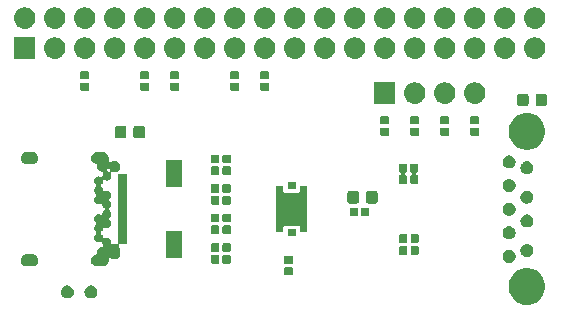
<source format=gbr>
G04 #@! TF.GenerationSoftware,KiCad,Pcbnew,5.1.2*
G04 #@! TF.CreationDate,2019-06-01T11:21:23+02:00*
G04 #@! TF.ProjectId,usb-c-breakout,7573622d-632d-4627-9265-616b6f75742e,rev?*
G04 #@! TF.SameCoordinates,Original*
G04 #@! TF.FileFunction,Soldermask,Top*
G04 #@! TF.FilePolarity,Negative*
%FSLAX46Y46*%
G04 Gerber Fmt 4.6, Leading zero omitted, Abs format (unit mm)*
G04 Created by KiCad (PCBNEW 5.1.2) date 2019-06-01 11:21:23*
%MOMM*%
%LPD*%
G04 APERTURE LIST*
%ADD10C,0.100000*%
G04 APERTURE END LIST*
D10*
G36*
X115122063Y-105020796D02*
G01*
X115362410Y-105068604D01*
X115644674Y-105185521D01*
X115898705Y-105355259D01*
X116114741Y-105571295D01*
X116284479Y-105825326D01*
X116401396Y-106107590D01*
X116461000Y-106407240D01*
X116461000Y-106712760D01*
X116401396Y-107012410D01*
X116284479Y-107294674D01*
X116114741Y-107548705D01*
X115898705Y-107764741D01*
X115644674Y-107934479D01*
X115362410Y-108051396D01*
X115212585Y-108081198D01*
X115062761Y-108111000D01*
X114757239Y-108111000D01*
X114607415Y-108081198D01*
X114457590Y-108051396D01*
X114175326Y-107934479D01*
X113921295Y-107764741D01*
X113705259Y-107548705D01*
X113535521Y-107294674D01*
X113418604Y-107012410D01*
X113359000Y-106712760D01*
X113359000Y-106407240D01*
X113418604Y-106107590D01*
X113535521Y-105825326D01*
X113705259Y-105571295D01*
X113921295Y-105355259D01*
X114175326Y-105185521D01*
X114457590Y-105068604D01*
X114697937Y-105020796D01*
X114757239Y-105009000D01*
X115062761Y-105009000D01*
X115122063Y-105020796D01*
X115122063Y-105020796D01*
G37*
G36*
X78160721Y-106470174D02*
G01*
X78260995Y-106511709D01*
X78260996Y-106511710D01*
X78351242Y-106572010D01*
X78427990Y-106648758D01*
X78427991Y-106648760D01*
X78488291Y-106739005D01*
X78529826Y-106839279D01*
X78551000Y-106945730D01*
X78551000Y-107054270D01*
X78529826Y-107160721D01*
X78488291Y-107260995D01*
X78488290Y-107260996D01*
X78427990Y-107351242D01*
X78351242Y-107427990D01*
X78305812Y-107458345D01*
X78260995Y-107488291D01*
X78160721Y-107529826D01*
X78054270Y-107551000D01*
X77945730Y-107551000D01*
X77839279Y-107529826D01*
X77739005Y-107488291D01*
X77694188Y-107458345D01*
X77648758Y-107427990D01*
X77572010Y-107351242D01*
X77511710Y-107260996D01*
X77511709Y-107260995D01*
X77470174Y-107160721D01*
X77449000Y-107054270D01*
X77449000Y-106945730D01*
X77470174Y-106839279D01*
X77511709Y-106739005D01*
X77572009Y-106648760D01*
X77572010Y-106648758D01*
X77648758Y-106572010D01*
X77739004Y-106511710D01*
X77739005Y-106511709D01*
X77839279Y-106470174D01*
X77945730Y-106449000D01*
X78054270Y-106449000D01*
X78160721Y-106470174D01*
X78160721Y-106470174D01*
G37*
G36*
X76160721Y-106470174D02*
G01*
X76260995Y-106511709D01*
X76260996Y-106511710D01*
X76351242Y-106572010D01*
X76427990Y-106648758D01*
X76427991Y-106648760D01*
X76488291Y-106739005D01*
X76529826Y-106839279D01*
X76551000Y-106945730D01*
X76551000Y-107054270D01*
X76529826Y-107160721D01*
X76488291Y-107260995D01*
X76488290Y-107260996D01*
X76427990Y-107351242D01*
X76351242Y-107427990D01*
X76305812Y-107458345D01*
X76260995Y-107488291D01*
X76160721Y-107529826D01*
X76054270Y-107551000D01*
X75945730Y-107551000D01*
X75839279Y-107529826D01*
X75739005Y-107488291D01*
X75694188Y-107458345D01*
X75648758Y-107427990D01*
X75572010Y-107351242D01*
X75511710Y-107260996D01*
X75511709Y-107260995D01*
X75470174Y-107160721D01*
X75449000Y-107054270D01*
X75449000Y-106945730D01*
X75470174Y-106839279D01*
X75511709Y-106739005D01*
X75572009Y-106648760D01*
X75572010Y-106648758D01*
X75648758Y-106572010D01*
X75739004Y-106511710D01*
X75739005Y-106511709D01*
X75839279Y-106470174D01*
X75945730Y-106449000D01*
X76054270Y-106449000D01*
X76160721Y-106470174D01*
X76160721Y-106470174D01*
G37*
G36*
X95023938Y-104916716D02*
G01*
X95044557Y-104922971D01*
X95063553Y-104933124D01*
X95080208Y-104946792D01*
X95093876Y-104963447D01*
X95104029Y-104982443D01*
X95110284Y-105003062D01*
X95113000Y-105030640D01*
X95113000Y-105489360D01*
X95110284Y-105516938D01*
X95104029Y-105537557D01*
X95093876Y-105556553D01*
X95080208Y-105573208D01*
X95063553Y-105586876D01*
X95044557Y-105597029D01*
X95023938Y-105603284D01*
X94996360Y-105606000D01*
X94487640Y-105606000D01*
X94460062Y-105603284D01*
X94439443Y-105597029D01*
X94420447Y-105586876D01*
X94403792Y-105573208D01*
X94390124Y-105556553D01*
X94379971Y-105537557D01*
X94373716Y-105516938D01*
X94371000Y-105489360D01*
X94371000Y-105030640D01*
X94373716Y-105003062D01*
X94379971Y-104982443D01*
X94390124Y-104963447D01*
X94403792Y-104946792D01*
X94420447Y-104933124D01*
X94439443Y-104922971D01*
X94460062Y-104916716D01*
X94487640Y-104914000D01*
X94996360Y-104914000D01*
X95023938Y-104916716D01*
X95023938Y-104916716D01*
G37*
G36*
X73148213Y-103836249D02*
G01*
X73242652Y-103864897D01*
X73329687Y-103911418D01*
X73405975Y-103974025D01*
X73468582Y-104050313D01*
X73515103Y-104137348D01*
X73543751Y-104231787D01*
X73553424Y-104330000D01*
X73543751Y-104428213D01*
X73515103Y-104522652D01*
X73468582Y-104609687D01*
X73405975Y-104685975D01*
X73329687Y-104748582D01*
X73242652Y-104795103D01*
X73148213Y-104823751D01*
X73074612Y-104831000D01*
X72525388Y-104831000D01*
X72451787Y-104823751D01*
X72357348Y-104795103D01*
X72270313Y-104748582D01*
X72194025Y-104685975D01*
X72131418Y-104609687D01*
X72084897Y-104522652D01*
X72056249Y-104428213D01*
X72046576Y-104330000D01*
X72056249Y-104231787D01*
X72084897Y-104137348D01*
X72131418Y-104050313D01*
X72194025Y-103974025D01*
X72270313Y-103911418D01*
X72357348Y-103864897D01*
X72451787Y-103836249D01*
X72525388Y-103829000D01*
X73074612Y-103829000D01*
X73148213Y-103836249D01*
X73148213Y-103836249D01*
G37*
G36*
X79098213Y-95176249D02*
G01*
X79192652Y-95204897D01*
X79279687Y-95251418D01*
X79355975Y-95314025D01*
X79418582Y-95390313D01*
X79465103Y-95477348D01*
X79493751Y-95571787D01*
X79503424Y-95670000D01*
X79501601Y-95688508D01*
X79501000Y-95700743D01*
X79501000Y-95927084D01*
X79503402Y-95951470D01*
X79510515Y-95974919D01*
X79522066Y-95996530D01*
X79537611Y-96015472D01*
X79556553Y-96031017D01*
X79578164Y-96042568D01*
X79601613Y-96049681D01*
X79625999Y-96052083D01*
X79650385Y-96049681D01*
X79673834Y-96042568D01*
X79695444Y-96031017D01*
X79774528Y-95978175D01*
X79782389Y-95974919D01*
X79817984Y-95960175D01*
X79861157Y-95942292D01*
X79953117Y-95924000D01*
X80046883Y-95924000D01*
X80138843Y-95942292D01*
X80182016Y-95960175D01*
X80225470Y-95978174D01*
X80303432Y-96030267D01*
X80369733Y-96096568D01*
X80421826Y-96174530D01*
X80436689Y-96210412D01*
X80457708Y-96261157D01*
X80476000Y-96353117D01*
X80476000Y-96446883D01*
X80457708Y-96538843D01*
X80455460Y-96544269D01*
X80421826Y-96625470D01*
X80404767Y-96651000D01*
X80369733Y-96703432D01*
X80303430Y-96769735D01*
X80228101Y-96820068D01*
X80209159Y-96835613D01*
X80193613Y-96854555D01*
X80184311Y-96871958D01*
X80181836Y-96870635D01*
X80158387Y-96863522D01*
X80134001Y-96861120D01*
X80109615Y-96863522D01*
X80046883Y-96876000D01*
X79953117Y-96876000D01*
X79861157Y-96857708D01*
X79843060Y-96850212D01*
X79819612Y-96843099D01*
X79795225Y-96840697D01*
X79770839Y-96843099D01*
X79747390Y-96850212D01*
X79725780Y-96861763D01*
X79706838Y-96877308D01*
X79691292Y-96896250D01*
X79679741Y-96917861D01*
X79672628Y-96941309D01*
X79670226Y-96965696D01*
X79672628Y-96990082D01*
X79679741Y-97013532D01*
X79683204Y-97021893D01*
X79683207Y-97021897D01*
X79711125Y-97089299D01*
X79711551Y-97090328D01*
X79726000Y-97162966D01*
X79726000Y-97237034D01*
X79719791Y-97268249D01*
X79711550Y-97309675D01*
X79683207Y-97378103D01*
X79642058Y-97439686D01*
X79589686Y-97492058D01*
X79528103Y-97533207D01*
X79459675Y-97561550D01*
X79459674Y-97561550D01*
X79459672Y-97561551D01*
X79387034Y-97576000D01*
X79312966Y-97576000D01*
X79240326Y-97561551D01*
X79196904Y-97543565D01*
X79173455Y-97536452D01*
X79149069Y-97534050D01*
X79124683Y-97536452D01*
X79101234Y-97543565D01*
X79079624Y-97555116D01*
X79060682Y-97570661D01*
X79045136Y-97589603D01*
X79033585Y-97611214D01*
X79026472Y-97634662D01*
X79011551Y-97709673D01*
X79011550Y-97709675D01*
X78983207Y-97778103D01*
X78942058Y-97839686D01*
X78889686Y-97892058D01*
X78883679Y-97896072D01*
X78864744Y-97911612D01*
X78849199Y-97930553D01*
X78837647Y-97952164D01*
X78830534Y-97975613D01*
X78828132Y-97999999D01*
X78830534Y-98024385D01*
X78837647Y-98047834D01*
X78849197Y-98069445D01*
X78864743Y-98088387D01*
X78883679Y-98103928D01*
X78889686Y-98107942D01*
X78942058Y-98160314D01*
X78983207Y-98221897D01*
X79007399Y-98280304D01*
X79011551Y-98290327D01*
X79026472Y-98365338D01*
X79033585Y-98388786D01*
X79045136Y-98410397D01*
X79060682Y-98429339D01*
X79079624Y-98444884D01*
X79101234Y-98456435D01*
X79124683Y-98463548D01*
X79149069Y-98465950D01*
X79173456Y-98463548D01*
X79196904Y-98456435D01*
X79240326Y-98438449D01*
X79312966Y-98424000D01*
X79387034Y-98424000D01*
X79459672Y-98438449D01*
X79459674Y-98438450D01*
X79459675Y-98438450D01*
X79528103Y-98466793D01*
X79589686Y-98507942D01*
X79642058Y-98560314D01*
X79683207Y-98621897D01*
X79699772Y-98661890D01*
X79711551Y-98690328D01*
X79726000Y-98762966D01*
X79726000Y-98837034D01*
X79711853Y-98908156D01*
X79711550Y-98909675D01*
X79683207Y-98978103D01*
X79642058Y-99039686D01*
X79589686Y-99092058D01*
X79583679Y-99096072D01*
X79564744Y-99111612D01*
X79549199Y-99130553D01*
X79537647Y-99152164D01*
X79530534Y-99175613D01*
X79528132Y-99199999D01*
X79530534Y-99224385D01*
X79537647Y-99247834D01*
X79549197Y-99269445D01*
X79564743Y-99288387D01*
X79583679Y-99303928D01*
X79589686Y-99307942D01*
X79642058Y-99360314D01*
X79683207Y-99421897D01*
X79709276Y-99484836D01*
X79711551Y-99490328D01*
X79726000Y-99562966D01*
X79726000Y-99637034D01*
X79711551Y-99709672D01*
X79711550Y-99709674D01*
X79711550Y-99709675D01*
X79683207Y-99778103D01*
X79642058Y-99839686D01*
X79589686Y-99892058D01*
X79583679Y-99896072D01*
X79564744Y-99911612D01*
X79549199Y-99930553D01*
X79537647Y-99952164D01*
X79530534Y-99975613D01*
X79528132Y-99999999D01*
X79530534Y-100024385D01*
X79537647Y-100047834D01*
X79549197Y-100069445D01*
X79564743Y-100088387D01*
X79583679Y-100103928D01*
X79589686Y-100107942D01*
X79642058Y-100160314D01*
X79683207Y-100221897D01*
X79699901Y-100262202D01*
X79711551Y-100290328D01*
X79726000Y-100362966D01*
X79726000Y-100437034D01*
X79712608Y-100504360D01*
X79711550Y-100509675D01*
X79683207Y-100578103D01*
X79642058Y-100639686D01*
X79589686Y-100692058D01*
X79583679Y-100696072D01*
X79564744Y-100711612D01*
X79549199Y-100730553D01*
X79537647Y-100752164D01*
X79530534Y-100775613D01*
X79528132Y-100799999D01*
X79530534Y-100824385D01*
X79537647Y-100847834D01*
X79549197Y-100869445D01*
X79564743Y-100888387D01*
X79583679Y-100903928D01*
X79589686Y-100907942D01*
X79642058Y-100960314D01*
X79683207Y-101021897D01*
X79710673Y-101088208D01*
X79711551Y-101090328D01*
X79726000Y-101162966D01*
X79726000Y-101237034D01*
X79715785Y-101288388D01*
X79711550Y-101309675D01*
X79683207Y-101378103D01*
X79642058Y-101439686D01*
X79589686Y-101492058D01*
X79528103Y-101533207D01*
X79459675Y-101561550D01*
X79459674Y-101561550D01*
X79459672Y-101561551D01*
X79387034Y-101576000D01*
X79312966Y-101576000D01*
X79240326Y-101561551D01*
X79196904Y-101543565D01*
X79173455Y-101536452D01*
X79149069Y-101534050D01*
X79124683Y-101536452D01*
X79101234Y-101543565D01*
X79079624Y-101555116D01*
X79060682Y-101570661D01*
X79045136Y-101589603D01*
X79033585Y-101611214D01*
X79026472Y-101634662D01*
X79011551Y-101709673D01*
X79011550Y-101709675D01*
X78983207Y-101778103D01*
X78942058Y-101839686D01*
X78889686Y-101892058D01*
X78883679Y-101896072D01*
X78864744Y-101911612D01*
X78849199Y-101930553D01*
X78837647Y-101952164D01*
X78830534Y-101975613D01*
X78828132Y-101999999D01*
X78830534Y-102024385D01*
X78837647Y-102047834D01*
X78849197Y-102069445D01*
X78864743Y-102088387D01*
X78883679Y-102103928D01*
X78889686Y-102107942D01*
X78942058Y-102160314D01*
X78983207Y-102221897D01*
X79007399Y-102280304D01*
X79011551Y-102290327D01*
X79026472Y-102365338D01*
X79033585Y-102388786D01*
X79045136Y-102410397D01*
X79060682Y-102429339D01*
X79079624Y-102444884D01*
X79101234Y-102456435D01*
X79124683Y-102463548D01*
X79149069Y-102465950D01*
X79173456Y-102463548D01*
X79196904Y-102456435D01*
X79240326Y-102438449D01*
X79312966Y-102424000D01*
X79387034Y-102424000D01*
X79459672Y-102438449D01*
X79459674Y-102438450D01*
X79459675Y-102438450D01*
X79528103Y-102466793D01*
X79589686Y-102507942D01*
X79642058Y-102560314D01*
X79683207Y-102621897D01*
X79711550Y-102690325D01*
X79711551Y-102690328D01*
X79726000Y-102762966D01*
X79726000Y-102837034D01*
X79724631Y-102843916D01*
X79722229Y-102868302D01*
X79724631Y-102892688D01*
X79731744Y-102916137D01*
X79743295Y-102937748D01*
X79758840Y-102956690D01*
X79777782Y-102972235D01*
X79799393Y-102983786D01*
X79822842Y-102990899D01*
X79847228Y-102993301D01*
X79883503Y-102987920D01*
X79906689Y-102980887D01*
X80000000Y-102971697D01*
X80093312Y-102980887D01*
X80097732Y-102982228D01*
X80121747Y-102987005D01*
X80146251Y-102987005D01*
X80170284Y-102982225D01*
X80192923Y-102972848D01*
X80213298Y-102959235D01*
X80230625Y-102941908D01*
X80244239Y-102921534D01*
X80253617Y-102898896D01*
X80258398Y-102874862D01*
X80259000Y-102862608D01*
X80259000Y-97042303D01*
X80273160Y-97046598D01*
X80297546Y-97049000D01*
X81061000Y-97049000D01*
X81061000Y-102951000D01*
X80470542Y-102951000D01*
X80446156Y-102953402D01*
X80422707Y-102960515D01*
X80401096Y-102972066D01*
X80382154Y-102987611D01*
X80366609Y-103006553D01*
X80355058Y-103028164D01*
X80347945Y-103051613D01*
X80345543Y-103075999D01*
X80347945Y-103100385D01*
X80355058Y-103123834D01*
X80373913Y-103155292D01*
X80397694Y-103184269D01*
X80441894Y-103266961D01*
X80469113Y-103356688D01*
X80476000Y-103426617D01*
X80476000Y-103773384D01*
X80469113Y-103843312D01*
X80441894Y-103933039D01*
X80397694Y-104015731D01*
X80338211Y-104088211D01*
X80265731Y-104147694D01*
X80183038Y-104191894D01*
X80093311Y-104219113D01*
X80000000Y-104228303D01*
X79906688Y-104219113D01*
X79816961Y-104191894D01*
X79734269Y-104147694D01*
X79705289Y-104123911D01*
X79684923Y-104110303D01*
X79662284Y-104100925D01*
X79638251Y-104096145D01*
X79613747Y-104096145D01*
X79589714Y-104100925D01*
X79567075Y-104110303D01*
X79546700Y-104123917D01*
X79529373Y-104141244D01*
X79515760Y-104161618D01*
X79506382Y-104184257D01*
X79501000Y-104220542D01*
X79501000Y-104299257D01*
X79501601Y-104311492D01*
X79503424Y-104330000D01*
X79493751Y-104428213D01*
X79465103Y-104522652D01*
X79418582Y-104609687D01*
X79355975Y-104685975D01*
X79279687Y-104748582D01*
X79192652Y-104795103D01*
X79098213Y-104823751D01*
X79024612Y-104831000D01*
X78475388Y-104831000D01*
X78401787Y-104823751D01*
X78307348Y-104795103D01*
X78220313Y-104748582D01*
X78144025Y-104685975D01*
X78081418Y-104609687D01*
X78034897Y-104522652D01*
X78006249Y-104428213D01*
X77996576Y-104330000D01*
X78006249Y-104231787D01*
X78034897Y-104137348D01*
X78081418Y-104050313D01*
X78144025Y-103974025D01*
X78220313Y-103911418D01*
X78307348Y-103864897D01*
X78401787Y-103836249D01*
X78401797Y-103836248D01*
X78410286Y-103833673D01*
X78432925Y-103824296D01*
X78453299Y-103810682D01*
X78470626Y-103793355D01*
X78484240Y-103772981D01*
X78493617Y-103750342D01*
X78498398Y-103726309D01*
X78499000Y-103714056D01*
X78499000Y-103650398D01*
X78500146Y-103638758D01*
X78506250Y-103576787D01*
X78534898Y-103482348D01*
X78581419Y-103395313D01*
X78644026Y-103319025D01*
X78720314Y-103256418D01*
X78807349Y-103209897D01*
X78901788Y-103181249D01*
X78929518Y-103178518D01*
X78953540Y-103173739D01*
X78976179Y-103164362D01*
X78996553Y-103150748D01*
X79013880Y-103133421D01*
X79027494Y-103113046D01*
X79036871Y-103090407D01*
X79041651Y-103066374D01*
X79041651Y-103041870D01*
X79036870Y-103017837D01*
X79027493Y-102995198D01*
X79021195Y-102984691D01*
X79016793Y-102978103D01*
X78988450Y-102909675D01*
X78988449Y-102909673D01*
X78973528Y-102834662D01*
X78966415Y-102811214D01*
X78954864Y-102789603D01*
X78939318Y-102770661D01*
X78920376Y-102755116D01*
X78898766Y-102743565D01*
X78875317Y-102736452D01*
X78850931Y-102734050D01*
X78826544Y-102736452D01*
X78803096Y-102743565D01*
X78759674Y-102761551D01*
X78687034Y-102776000D01*
X78612966Y-102776000D01*
X78540328Y-102761551D01*
X78540326Y-102761550D01*
X78540325Y-102761550D01*
X78471897Y-102733207D01*
X78410314Y-102692058D01*
X78357942Y-102639686D01*
X78316793Y-102578103D01*
X78288450Y-102509675D01*
X78274282Y-102438449D01*
X78274000Y-102437034D01*
X78274000Y-102362966D01*
X78288449Y-102290328D01*
X78288450Y-102290325D01*
X78316793Y-102221897D01*
X78357942Y-102160314D01*
X78410314Y-102107942D01*
X78416321Y-102103928D01*
X78435256Y-102088388D01*
X78450801Y-102069447D01*
X78462353Y-102047836D01*
X78469466Y-102024387D01*
X78471868Y-102000001D01*
X78469466Y-101975615D01*
X78462353Y-101952166D01*
X78450803Y-101930555D01*
X78435257Y-101911613D01*
X78416321Y-101896072D01*
X78410314Y-101892058D01*
X78357942Y-101839686D01*
X78316793Y-101778103D01*
X78288450Y-101709675D01*
X78288450Y-101709674D01*
X78288449Y-101709672D01*
X78274000Y-101637034D01*
X78274000Y-101562966D01*
X78288449Y-101490328D01*
X78293487Y-101478164D01*
X78316793Y-101421897D01*
X78357942Y-101360314D01*
X78410314Y-101307942D01*
X78416321Y-101303928D01*
X78435256Y-101288388D01*
X78450801Y-101269447D01*
X78462353Y-101247836D01*
X78469466Y-101224387D01*
X78471868Y-101200001D01*
X78469466Y-101175615D01*
X78462353Y-101152166D01*
X78450803Y-101130555D01*
X78435257Y-101111613D01*
X78416321Y-101096072D01*
X78410314Y-101092058D01*
X78357942Y-101039686D01*
X78316793Y-100978103D01*
X78288450Y-100909675D01*
X78276149Y-100847834D01*
X78274000Y-100837034D01*
X78274000Y-100762966D01*
X78288449Y-100690328D01*
X78288450Y-100690325D01*
X78316793Y-100621897D01*
X78357942Y-100560314D01*
X78410314Y-100507942D01*
X78471897Y-100466793D01*
X78540325Y-100438450D01*
X78540326Y-100438450D01*
X78540328Y-100438449D01*
X78612966Y-100424000D01*
X78687034Y-100424000D01*
X78759674Y-100438449D01*
X78803096Y-100456435D01*
X78826545Y-100463548D01*
X78850931Y-100465950D01*
X78875317Y-100463548D01*
X78898766Y-100456435D01*
X78920376Y-100444884D01*
X78939318Y-100429339D01*
X78954864Y-100410397D01*
X78966415Y-100388786D01*
X78973528Y-100365338D01*
X78988449Y-100290327D01*
X79000099Y-100262202D01*
X79016793Y-100221897D01*
X79057942Y-100160314D01*
X79110314Y-100107942D01*
X79116321Y-100103928D01*
X79135256Y-100088388D01*
X79150801Y-100069447D01*
X79162353Y-100047836D01*
X79169466Y-100024387D01*
X79171868Y-100000001D01*
X79169466Y-99975615D01*
X79162353Y-99952166D01*
X79150803Y-99930555D01*
X79135257Y-99911613D01*
X79116321Y-99896072D01*
X79110314Y-99892058D01*
X79057942Y-99839686D01*
X79016793Y-99778103D01*
X78988450Y-99709675D01*
X78988449Y-99709673D01*
X78973528Y-99634662D01*
X78966415Y-99611214D01*
X78954864Y-99589603D01*
X78939318Y-99570661D01*
X78920376Y-99555116D01*
X78898766Y-99543565D01*
X78875317Y-99536452D01*
X78850931Y-99534050D01*
X78826544Y-99536452D01*
X78803096Y-99543565D01*
X78759674Y-99561551D01*
X78687034Y-99576000D01*
X78612966Y-99576000D01*
X78540328Y-99561551D01*
X78540326Y-99561550D01*
X78540325Y-99561550D01*
X78471897Y-99533207D01*
X78410314Y-99492058D01*
X78357942Y-99439686D01*
X78316793Y-99378103D01*
X78288450Y-99309675D01*
X78276778Y-99250996D01*
X78274000Y-99237034D01*
X78274000Y-99162966D01*
X78288449Y-99090328D01*
X78288450Y-99090325D01*
X78316793Y-99021897D01*
X78357942Y-98960314D01*
X78410314Y-98907942D01*
X78416321Y-98903928D01*
X78435256Y-98888388D01*
X78450801Y-98869447D01*
X78462353Y-98847836D01*
X78469466Y-98824387D01*
X78471868Y-98800001D01*
X78469466Y-98775615D01*
X78462353Y-98752166D01*
X78450803Y-98730555D01*
X78435257Y-98711613D01*
X78416321Y-98696072D01*
X78410314Y-98692058D01*
X78357942Y-98639686D01*
X78316793Y-98578103D01*
X78288450Y-98509675D01*
X78287547Y-98505134D01*
X78274000Y-98437034D01*
X78274000Y-98362966D01*
X78288449Y-98290328D01*
X78288450Y-98290325D01*
X78316793Y-98221897D01*
X78357942Y-98160314D01*
X78410314Y-98107942D01*
X78416321Y-98103928D01*
X78435256Y-98088388D01*
X78450801Y-98069447D01*
X78462353Y-98047836D01*
X78469466Y-98024387D01*
X78471868Y-98000001D01*
X78469466Y-97975615D01*
X78462353Y-97952166D01*
X78450803Y-97930555D01*
X78435257Y-97911613D01*
X78416321Y-97896072D01*
X78410314Y-97892058D01*
X78357942Y-97839686D01*
X78316793Y-97778103D01*
X78288450Y-97709675D01*
X78288450Y-97709674D01*
X78288449Y-97709672D01*
X78274000Y-97637034D01*
X78274000Y-97562966D01*
X78288449Y-97490328D01*
X78288450Y-97490325D01*
X78316793Y-97421897D01*
X78357942Y-97360314D01*
X78410314Y-97307942D01*
X78471897Y-97266793D01*
X78540325Y-97238450D01*
X78540326Y-97238450D01*
X78540328Y-97238449D01*
X78612966Y-97224000D01*
X78687034Y-97224000D01*
X78759674Y-97238449D01*
X78803096Y-97256435D01*
X78826545Y-97263548D01*
X78850931Y-97265950D01*
X78875317Y-97263548D01*
X78898766Y-97256435D01*
X78920376Y-97244884D01*
X78939318Y-97229339D01*
X78954864Y-97210397D01*
X78966415Y-97188786D01*
X78973528Y-97165338D01*
X78988449Y-97090327D01*
X78992601Y-97080304D01*
X79016793Y-97021897D01*
X79021190Y-97015316D01*
X79032738Y-96993713D01*
X79039851Y-96970264D01*
X79042253Y-96945878D01*
X79039851Y-96921492D01*
X79032739Y-96898043D01*
X79021188Y-96876432D01*
X79005643Y-96857490D01*
X78986701Y-96841945D01*
X78965090Y-96830393D01*
X78941641Y-96823280D01*
X78929530Y-96821483D01*
X78901787Y-96818751D01*
X78807348Y-96790103D01*
X78720313Y-96743582D01*
X78672943Y-96704707D01*
X79363932Y-96704707D01*
X79363982Y-96729211D01*
X79368812Y-96753235D01*
X79378235Y-96775855D01*
X79391890Y-96796201D01*
X79409252Y-96813493D01*
X79429655Y-96827065D01*
X79463885Y-96839287D01*
X79464401Y-96839390D01*
X79488786Y-96841808D01*
X79513174Y-96839423D01*
X79536627Y-96832325D01*
X79558246Y-96820789D01*
X79577198Y-96805256D01*
X79592756Y-96786325D01*
X79604322Y-96764722D01*
X79611451Y-96741278D01*
X79613869Y-96716893D01*
X79611484Y-96692505D01*
X79604386Y-96669052D01*
X79592796Y-96647353D01*
X79592526Y-96646949D01*
X79576979Y-96628009D01*
X79558036Y-96612465D01*
X79536424Y-96600916D01*
X79512974Y-96593805D01*
X79488588Y-96591406D01*
X79464202Y-96593810D01*
X79440754Y-96600926D01*
X79419144Y-96612479D01*
X79400204Y-96628026D01*
X79391836Y-96637277D01*
X79391562Y-96637611D01*
X79377995Y-96658007D01*
X79368664Y-96680664D01*
X79363932Y-96704707D01*
X78672943Y-96704707D01*
X78644025Y-96680975D01*
X78581418Y-96604687D01*
X78534897Y-96517651D01*
X78506249Y-96423212D01*
X78499000Y-96349611D01*
X78499000Y-96285944D01*
X78496598Y-96261558D01*
X78489485Y-96238109D01*
X78477934Y-96216498D01*
X78462389Y-96197556D01*
X78443447Y-96182011D01*
X78421836Y-96170460D01*
X78410286Y-96166327D01*
X78401797Y-96163752D01*
X78401787Y-96163751D01*
X78307348Y-96135103D01*
X78220313Y-96088582D01*
X78144025Y-96025975D01*
X78081418Y-95949687D01*
X78034897Y-95862652D01*
X78006249Y-95768213D01*
X77996576Y-95670000D01*
X78006249Y-95571787D01*
X78034897Y-95477348D01*
X78081418Y-95390313D01*
X78144025Y-95314025D01*
X78220313Y-95251418D01*
X78307348Y-95204897D01*
X78401787Y-95176249D01*
X78475388Y-95169000D01*
X79024612Y-95169000D01*
X79098213Y-95176249D01*
X79098213Y-95176249D01*
G37*
G36*
X95023938Y-103946716D02*
G01*
X95044557Y-103952971D01*
X95063553Y-103963124D01*
X95080208Y-103976792D01*
X95093876Y-103993447D01*
X95104029Y-104012443D01*
X95110284Y-104033062D01*
X95113000Y-104060640D01*
X95113000Y-104519360D01*
X95110284Y-104546938D01*
X95104029Y-104567557D01*
X95093876Y-104586553D01*
X95080208Y-104603208D01*
X95063553Y-104616876D01*
X95044557Y-104627029D01*
X95023938Y-104633284D01*
X94996360Y-104636000D01*
X94487640Y-104636000D01*
X94460062Y-104633284D01*
X94439443Y-104627029D01*
X94420447Y-104616876D01*
X94403792Y-104603208D01*
X94390124Y-104586553D01*
X94379971Y-104567557D01*
X94373716Y-104546938D01*
X94371000Y-104519360D01*
X94371000Y-104060640D01*
X94373716Y-104033062D01*
X94379971Y-104012443D01*
X94390124Y-103993447D01*
X94403792Y-103976792D01*
X94420447Y-103963124D01*
X94439443Y-103952971D01*
X94460062Y-103946716D01*
X94487640Y-103944000D01*
X94996360Y-103944000D01*
X95023938Y-103946716D01*
X95023938Y-103946716D01*
G37*
G36*
X89741938Y-103881716D02*
G01*
X89762557Y-103887971D01*
X89781553Y-103898124D01*
X89798208Y-103911792D01*
X89811876Y-103928447D01*
X89822029Y-103947443D01*
X89828284Y-103968062D01*
X89831000Y-103995640D01*
X89831000Y-104504360D01*
X89828284Y-104531938D01*
X89822029Y-104552557D01*
X89811876Y-104571553D01*
X89798208Y-104588208D01*
X89781553Y-104601876D01*
X89762557Y-104612029D01*
X89741938Y-104618284D01*
X89714360Y-104621000D01*
X89255640Y-104621000D01*
X89228062Y-104618284D01*
X89207443Y-104612029D01*
X89188447Y-104601876D01*
X89171792Y-104588208D01*
X89158124Y-104571553D01*
X89147971Y-104552557D01*
X89141716Y-104531938D01*
X89139000Y-104504360D01*
X89139000Y-103995640D01*
X89141716Y-103968062D01*
X89147971Y-103947443D01*
X89158124Y-103928447D01*
X89171792Y-103911792D01*
X89188447Y-103898124D01*
X89207443Y-103887971D01*
X89228062Y-103881716D01*
X89255640Y-103879000D01*
X89714360Y-103879000D01*
X89741938Y-103881716D01*
X89741938Y-103881716D01*
G37*
G36*
X88771938Y-103881716D02*
G01*
X88792557Y-103887971D01*
X88811553Y-103898124D01*
X88828208Y-103911792D01*
X88841876Y-103928447D01*
X88852029Y-103947443D01*
X88858284Y-103968062D01*
X88861000Y-103995640D01*
X88861000Y-104504360D01*
X88858284Y-104531938D01*
X88852029Y-104552557D01*
X88841876Y-104571553D01*
X88828208Y-104588208D01*
X88811553Y-104601876D01*
X88792557Y-104612029D01*
X88771938Y-104618284D01*
X88744360Y-104621000D01*
X88285640Y-104621000D01*
X88258062Y-104618284D01*
X88237443Y-104612029D01*
X88218447Y-104601876D01*
X88201792Y-104588208D01*
X88188124Y-104571553D01*
X88177971Y-104552557D01*
X88171716Y-104531938D01*
X88169000Y-104504360D01*
X88169000Y-103995640D01*
X88171716Y-103968062D01*
X88177971Y-103947443D01*
X88188124Y-103928447D01*
X88201792Y-103911792D01*
X88218447Y-103898124D01*
X88237443Y-103887971D01*
X88258062Y-103881716D01*
X88285640Y-103879000D01*
X88744360Y-103879000D01*
X88771938Y-103881716D01*
X88771938Y-103881716D01*
G37*
G36*
X113570721Y-103460174D02*
G01*
X113670995Y-103501709D01*
X113670996Y-103501710D01*
X113761242Y-103562010D01*
X113837990Y-103638758D01*
X113845983Y-103650721D01*
X113898291Y-103729005D01*
X113939826Y-103829279D01*
X113961000Y-103935730D01*
X113961000Y-104044270D01*
X113939826Y-104150721D01*
X113898291Y-104250995D01*
X113898290Y-104250996D01*
X113837990Y-104341242D01*
X113761242Y-104417990D01*
X113753425Y-104423213D01*
X113670995Y-104478291D01*
X113570721Y-104519826D01*
X113464270Y-104541000D01*
X113355730Y-104541000D01*
X113249279Y-104519826D01*
X113149005Y-104478291D01*
X113066575Y-104423213D01*
X113058758Y-104417990D01*
X112982010Y-104341242D01*
X112921710Y-104250996D01*
X112921709Y-104250995D01*
X112880174Y-104150721D01*
X112859000Y-104044270D01*
X112859000Y-103935730D01*
X112880174Y-103829279D01*
X112921709Y-103729005D01*
X112974017Y-103650721D01*
X112982010Y-103638758D01*
X113058758Y-103562010D01*
X113149004Y-103501710D01*
X113149005Y-103501709D01*
X113249279Y-103460174D01*
X113355730Y-103439000D01*
X113464270Y-103439000D01*
X113570721Y-103460174D01*
X113570721Y-103460174D01*
G37*
G36*
X85676000Y-104151000D02*
G01*
X84324000Y-104151000D01*
X84324000Y-101849000D01*
X85676000Y-101849000D01*
X85676000Y-104151000D01*
X85676000Y-104151000D01*
G37*
G36*
X115070721Y-102960174D02*
G01*
X115170995Y-103001709D01*
X115195132Y-103017837D01*
X115261242Y-103062010D01*
X115337990Y-103138758D01*
X115359918Y-103171576D01*
X115398291Y-103229005D01*
X115439826Y-103329279D01*
X115461000Y-103435730D01*
X115461000Y-103544270D01*
X115439826Y-103650721D01*
X115398291Y-103750995D01*
X115386124Y-103769204D01*
X115337990Y-103841242D01*
X115261242Y-103917990D01*
X115222315Y-103944000D01*
X115170995Y-103978291D01*
X115070721Y-104019826D01*
X114964270Y-104041000D01*
X114855730Y-104041000D01*
X114749279Y-104019826D01*
X114649005Y-103978291D01*
X114597685Y-103944000D01*
X114558758Y-103917990D01*
X114482010Y-103841242D01*
X114433876Y-103769204D01*
X114421709Y-103750995D01*
X114380174Y-103650721D01*
X114359000Y-103544270D01*
X114359000Y-103435730D01*
X114380174Y-103329279D01*
X114421709Y-103229005D01*
X114460082Y-103171576D01*
X114482010Y-103138758D01*
X114558758Y-103062010D01*
X114624868Y-103017837D01*
X114649005Y-103001709D01*
X114749279Y-102960174D01*
X114855730Y-102939000D01*
X114964270Y-102939000D01*
X115070721Y-102960174D01*
X115070721Y-102960174D01*
G37*
G36*
X104691938Y-103136716D02*
G01*
X104712557Y-103142971D01*
X104731553Y-103153124D01*
X104748208Y-103166792D01*
X104761876Y-103183447D01*
X104772029Y-103202443D01*
X104778284Y-103223062D01*
X104781000Y-103250640D01*
X104781000Y-103759360D01*
X104778284Y-103786938D01*
X104772029Y-103807557D01*
X104761876Y-103826553D01*
X104748208Y-103843208D01*
X104731553Y-103856876D01*
X104712557Y-103867029D01*
X104691938Y-103873284D01*
X104664360Y-103876000D01*
X104205640Y-103876000D01*
X104178062Y-103873284D01*
X104157443Y-103867029D01*
X104138447Y-103856876D01*
X104121792Y-103843208D01*
X104108124Y-103826553D01*
X104097971Y-103807557D01*
X104091716Y-103786938D01*
X104089000Y-103759360D01*
X104089000Y-103250640D01*
X104091716Y-103223062D01*
X104097971Y-103202443D01*
X104108124Y-103183447D01*
X104121792Y-103166792D01*
X104138447Y-103153124D01*
X104157443Y-103142971D01*
X104178062Y-103136716D01*
X104205640Y-103134000D01*
X104664360Y-103134000D01*
X104691938Y-103136716D01*
X104691938Y-103136716D01*
G37*
G36*
X105661938Y-103136716D02*
G01*
X105682557Y-103142971D01*
X105701553Y-103153124D01*
X105718208Y-103166792D01*
X105731876Y-103183447D01*
X105742029Y-103202443D01*
X105748284Y-103223062D01*
X105751000Y-103250640D01*
X105751000Y-103759360D01*
X105748284Y-103786938D01*
X105742029Y-103807557D01*
X105731876Y-103826553D01*
X105718208Y-103843208D01*
X105701553Y-103856876D01*
X105682557Y-103867029D01*
X105661938Y-103873284D01*
X105634360Y-103876000D01*
X105175640Y-103876000D01*
X105148062Y-103873284D01*
X105127443Y-103867029D01*
X105108447Y-103856876D01*
X105091792Y-103843208D01*
X105078124Y-103826553D01*
X105067971Y-103807557D01*
X105061716Y-103786938D01*
X105059000Y-103759360D01*
X105059000Y-103250640D01*
X105061716Y-103223062D01*
X105067971Y-103202443D01*
X105078124Y-103183447D01*
X105091792Y-103166792D01*
X105108447Y-103153124D01*
X105127443Y-103142971D01*
X105148062Y-103136716D01*
X105175640Y-103134000D01*
X105634360Y-103134000D01*
X105661938Y-103136716D01*
X105661938Y-103136716D01*
G37*
G36*
X89741938Y-102881716D02*
G01*
X89762557Y-102887971D01*
X89781553Y-102898124D01*
X89798208Y-102911792D01*
X89811876Y-102928447D01*
X89822029Y-102947443D01*
X89828284Y-102968062D01*
X89831000Y-102995640D01*
X89831000Y-103504360D01*
X89828284Y-103531938D01*
X89822029Y-103552557D01*
X89811876Y-103571553D01*
X89798208Y-103588208D01*
X89781553Y-103601876D01*
X89762557Y-103612029D01*
X89741938Y-103618284D01*
X89714360Y-103621000D01*
X89255640Y-103621000D01*
X89228062Y-103618284D01*
X89207443Y-103612029D01*
X89188447Y-103601876D01*
X89171792Y-103588208D01*
X89158124Y-103571553D01*
X89147971Y-103552557D01*
X89141716Y-103531938D01*
X89139000Y-103504360D01*
X89139000Y-102995640D01*
X89141716Y-102968062D01*
X89147971Y-102947443D01*
X89158124Y-102928447D01*
X89171792Y-102911792D01*
X89188447Y-102898124D01*
X89207443Y-102887971D01*
X89228062Y-102881716D01*
X89255640Y-102879000D01*
X89714360Y-102879000D01*
X89741938Y-102881716D01*
X89741938Y-102881716D01*
G37*
G36*
X88771938Y-102881716D02*
G01*
X88792557Y-102887971D01*
X88811553Y-102898124D01*
X88828208Y-102911792D01*
X88841876Y-102928447D01*
X88852029Y-102947443D01*
X88858284Y-102968062D01*
X88861000Y-102995640D01*
X88861000Y-103504360D01*
X88858284Y-103531938D01*
X88852029Y-103552557D01*
X88841876Y-103571553D01*
X88828208Y-103588208D01*
X88811553Y-103601876D01*
X88792557Y-103612029D01*
X88771938Y-103618284D01*
X88744360Y-103621000D01*
X88285640Y-103621000D01*
X88258062Y-103618284D01*
X88237443Y-103612029D01*
X88218447Y-103601876D01*
X88201792Y-103588208D01*
X88188124Y-103571553D01*
X88177971Y-103552557D01*
X88171716Y-103531938D01*
X88169000Y-103504360D01*
X88169000Y-102995640D01*
X88171716Y-102968062D01*
X88177971Y-102947443D01*
X88188124Y-102928447D01*
X88201792Y-102911792D01*
X88218447Y-102898124D01*
X88237443Y-102887971D01*
X88258062Y-102881716D01*
X88285640Y-102879000D01*
X88744360Y-102879000D01*
X88771938Y-102881716D01*
X88771938Y-102881716D01*
G37*
G36*
X105661938Y-102120716D02*
G01*
X105682557Y-102126971D01*
X105701553Y-102137124D01*
X105718208Y-102150792D01*
X105731876Y-102167447D01*
X105742029Y-102186443D01*
X105748284Y-102207062D01*
X105751000Y-102234640D01*
X105751000Y-102743360D01*
X105748284Y-102770938D01*
X105742029Y-102791557D01*
X105731876Y-102810553D01*
X105718208Y-102827208D01*
X105701553Y-102840876D01*
X105682557Y-102851029D01*
X105661938Y-102857284D01*
X105634360Y-102860000D01*
X105175640Y-102860000D01*
X105148062Y-102857284D01*
X105127443Y-102851029D01*
X105108447Y-102840876D01*
X105091792Y-102827208D01*
X105078124Y-102810553D01*
X105067971Y-102791557D01*
X105061716Y-102770938D01*
X105059000Y-102743360D01*
X105059000Y-102234640D01*
X105061716Y-102207062D01*
X105067971Y-102186443D01*
X105078124Y-102167447D01*
X105091792Y-102150792D01*
X105108447Y-102137124D01*
X105127443Y-102126971D01*
X105148062Y-102120716D01*
X105175640Y-102118000D01*
X105634360Y-102118000D01*
X105661938Y-102120716D01*
X105661938Y-102120716D01*
G37*
G36*
X104691938Y-102120716D02*
G01*
X104712557Y-102126971D01*
X104731553Y-102137124D01*
X104748208Y-102150792D01*
X104761876Y-102167447D01*
X104772029Y-102186443D01*
X104778284Y-102207062D01*
X104781000Y-102234640D01*
X104781000Y-102743360D01*
X104778284Y-102770938D01*
X104772029Y-102791557D01*
X104761876Y-102810553D01*
X104748208Y-102827208D01*
X104731553Y-102840876D01*
X104712557Y-102851029D01*
X104691938Y-102857284D01*
X104664360Y-102860000D01*
X104205640Y-102860000D01*
X104178062Y-102857284D01*
X104157443Y-102851029D01*
X104138447Y-102840876D01*
X104121792Y-102827208D01*
X104108124Y-102810553D01*
X104097971Y-102791557D01*
X104091716Y-102770938D01*
X104089000Y-102743360D01*
X104089000Y-102234640D01*
X104091716Y-102207062D01*
X104097971Y-102186443D01*
X104108124Y-102167447D01*
X104121792Y-102150792D01*
X104138447Y-102137124D01*
X104157443Y-102126971D01*
X104178062Y-102120716D01*
X104205640Y-102118000D01*
X104664360Y-102118000D01*
X104691938Y-102120716D01*
X104691938Y-102120716D01*
G37*
G36*
X113570721Y-101460174D02*
G01*
X113670995Y-101501709D01*
X113670996Y-101501710D01*
X113761242Y-101562010D01*
X113837990Y-101638758D01*
X113837991Y-101638760D01*
X113898291Y-101729005D01*
X113939826Y-101829279D01*
X113961000Y-101935730D01*
X113961000Y-102044270D01*
X113939826Y-102150721D01*
X113898291Y-102250995D01*
X113898290Y-102250996D01*
X113837990Y-102341242D01*
X113761242Y-102417990D01*
X113752247Y-102424000D01*
X113670995Y-102478291D01*
X113570721Y-102519826D01*
X113464270Y-102541000D01*
X113355730Y-102541000D01*
X113249279Y-102519826D01*
X113149005Y-102478291D01*
X113067753Y-102424000D01*
X113058758Y-102417990D01*
X112982010Y-102341242D01*
X112921710Y-102250996D01*
X112921709Y-102250995D01*
X112880174Y-102150721D01*
X112859000Y-102044270D01*
X112859000Y-101935730D01*
X112880174Y-101829279D01*
X112921709Y-101729005D01*
X112982009Y-101638760D01*
X112982010Y-101638758D01*
X113058758Y-101562010D01*
X113149004Y-101501710D01*
X113149005Y-101501709D01*
X113249279Y-101460174D01*
X113355730Y-101439000D01*
X113464270Y-101439000D01*
X113570721Y-101460174D01*
X113570721Y-101460174D01*
G37*
G36*
X95351000Y-102301000D02*
G01*
X94649000Y-102301000D01*
X94649000Y-101699000D01*
X95351000Y-101699000D01*
X95351000Y-102301000D01*
X95351000Y-102301000D01*
G37*
G36*
X88771938Y-101381716D02*
G01*
X88792557Y-101387971D01*
X88811553Y-101398124D01*
X88828208Y-101411792D01*
X88841876Y-101428447D01*
X88852029Y-101447443D01*
X88858284Y-101468062D01*
X88861000Y-101495640D01*
X88861000Y-102004360D01*
X88858284Y-102031938D01*
X88852029Y-102052557D01*
X88841876Y-102071553D01*
X88828208Y-102088208D01*
X88811553Y-102101876D01*
X88792557Y-102112029D01*
X88771938Y-102118284D01*
X88744360Y-102121000D01*
X88285640Y-102121000D01*
X88258062Y-102118284D01*
X88237443Y-102112029D01*
X88218447Y-102101876D01*
X88201792Y-102088208D01*
X88188124Y-102071553D01*
X88177971Y-102052557D01*
X88171716Y-102031938D01*
X88169000Y-102004360D01*
X88169000Y-101495640D01*
X88171716Y-101468062D01*
X88177971Y-101447443D01*
X88188124Y-101428447D01*
X88201792Y-101411792D01*
X88218447Y-101398124D01*
X88237443Y-101387971D01*
X88258062Y-101381716D01*
X88285640Y-101379000D01*
X88744360Y-101379000D01*
X88771938Y-101381716D01*
X88771938Y-101381716D01*
G37*
G36*
X89741938Y-101381716D02*
G01*
X89762557Y-101387971D01*
X89781553Y-101398124D01*
X89798208Y-101411792D01*
X89811876Y-101428447D01*
X89822029Y-101447443D01*
X89828284Y-101468062D01*
X89831000Y-101495640D01*
X89831000Y-102004360D01*
X89828284Y-102031938D01*
X89822029Y-102052557D01*
X89811876Y-102071553D01*
X89798208Y-102088208D01*
X89781553Y-102101876D01*
X89762557Y-102112029D01*
X89741938Y-102118284D01*
X89714360Y-102121000D01*
X89255640Y-102121000D01*
X89228062Y-102118284D01*
X89207443Y-102112029D01*
X89188447Y-102101876D01*
X89171792Y-102088208D01*
X89158124Y-102071553D01*
X89147971Y-102052557D01*
X89141716Y-102031938D01*
X89139000Y-102004360D01*
X89139000Y-101495640D01*
X89141716Y-101468062D01*
X89147971Y-101447443D01*
X89158124Y-101428447D01*
X89171792Y-101411792D01*
X89188447Y-101398124D01*
X89207443Y-101387971D01*
X89228062Y-101381716D01*
X89255640Y-101379000D01*
X89714360Y-101379000D01*
X89741938Y-101381716D01*
X89741938Y-101381716D01*
G37*
G36*
X94301000Y-98474001D02*
G01*
X94303402Y-98498387D01*
X94310515Y-98521836D01*
X94322066Y-98543447D01*
X94337611Y-98562389D01*
X94356553Y-98577934D01*
X94378164Y-98589485D01*
X94401613Y-98596598D01*
X94425999Y-98599000D01*
X95574001Y-98599000D01*
X95598387Y-98596598D01*
X95621836Y-98589485D01*
X95643447Y-98577934D01*
X95662389Y-98562389D01*
X95677934Y-98543447D01*
X95689485Y-98521836D01*
X95696598Y-98498387D01*
X95699000Y-98474001D01*
X95699000Y-98049000D01*
X96301000Y-98049000D01*
X96301000Y-101951000D01*
X95699000Y-101951000D01*
X95699000Y-101525999D01*
X95696598Y-101501613D01*
X95689485Y-101478164D01*
X95677934Y-101456553D01*
X95662389Y-101437611D01*
X95643447Y-101422066D01*
X95621836Y-101410515D01*
X95598387Y-101403402D01*
X95574001Y-101401000D01*
X94425999Y-101401000D01*
X94401613Y-101403402D01*
X94378164Y-101410515D01*
X94356553Y-101422066D01*
X94337611Y-101437611D01*
X94322066Y-101456553D01*
X94310515Y-101478164D01*
X94303402Y-101501613D01*
X94301000Y-101525999D01*
X94301000Y-101951000D01*
X93699000Y-101951000D01*
X93699000Y-98049000D01*
X94301000Y-98049000D01*
X94301000Y-98474001D01*
X94301000Y-98474001D01*
G37*
G36*
X115070721Y-100460174D02*
G01*
X115170995Y-100501709D01*
X115170996Y-100501710D01*
X115261242Y-100562010D01*
X115337990Y-100638758D01*
X115337991Y-100638760D01*
X115398291Y-100729005D01*
X115439826Y-100829279D01*
X115461000Y-100935730D01*
X115461000Y-101044270D01*
X115439826Y-101150721D01*
X115398291Y-101250995D01*
X115398290Y-101250996D01*
X115337990Y-101341242D01*
X115261242Y-101417990D01*
X115245592Y-101428447D01*
X115170995Y-101478291D01*
X115070721Y-101519826D01*
X114964270Y-101541000D01*
X114855730Y-101541000D01*
X114749279Y-101519826D01*
X114649005Y-101478291D01*
X114574408Y-101428447D01*
X114558758Y-101417990D01*
X114482010Y-101341242D01*
X114421710Y-101250996D01*
X114421709Y-101250995D01*
X114380174Y-101150721D01*
X114359000Y-101044270D01*
X114359000Y-100935730D01*
X114380174Y-100829279D01*
X114421709Y-100729005D01*
X114482009Y-100638760D01*
X114482010Y-100638758D01*
X114558758Y-100562010D01*
X114649004Y-100501710D01*
X114649005Y-100501709D01*
X114749279Y-100460174D01*
X114855730Y-100439000D01*
X114964270Y-100439000D01*
X115070721Y-100460174D01*
X115070721Y-100460174D01*
G37*
G36*
X88771938Y-100381716D02*
G01*
X88792557Y-100387971D01*
X88811553Y-100398124D01*
X88828208Y-100411792D01*
X88841876Y-100428447D01*
X88852029Y-100447443D01*
X88858284Y-100468062D01*
X88861000Y-100495640D01*
X88861000Y-101004360D01*
X88858284Y-101031938D01*
X88852029Y-101052557D01*
X88841876Y-101071553D01*
X88828208Y-101088208D01*
X88811553Y-101101876D01*
X88792557Y-101112029D01*
X88771938Y-101118284D01*
X88744360Y-101121000D01*
X88285640Y-101121000D01*
X88258062Y-101118284D01*
X88237443Y-101112029D01*
X88218447Y-101101876D01*
X88201792Y-101088208D01*
X88188124Y-101071553D01*
X88177971Y-101052557D01*
X88171716Y-101031938D01*
X88169000Y-101004360D01*
X88169000Y-100495640D01*
X88171716Y-100468062D01*
X88177971Y-100447443D01*
X88188124Y-100428447D01*
X88201792Y-100411792D01*
X88218447Y-100398124D01*
X88237443Y-100387971D01*
X88258062Y-100381716D01*
X88285640Y-100379000D01*
X88744360Y-100379000D01*
X88771938Y-100381716D01*
X88771938Y-100381716D01*
G37*
G36*
X89741938Y-100381716D02*
G01*
X89762557Y-100387971D01*
X89781553Y-100398124D01*
X89798208Y-100411792D01*
X89811876Y-100428447D01*
X89822029Y-100447443D01*
X89828284Y-100468062D01*
X89831000Y-100495640D01*
X89831000Y-101004360D01*
X89828284Y-101031938D01*
X89822029Y-101052557D01*
X89811876Y-101071553D01*
X89798208Y-101088208D01*
X89781553Y-101101876D01*
X89762557Y-101112029D01*
X89741938Y-101118284D01*
X89714360Y-101121000D01*
X89255640Y-101121000D01*
X89228062Y-101118284D01*
X89207443Y-101112029D01*
X89188447Y-101101876D01*
X89171792Y-101088208D01*
X89158124Y-101071553D01*
X89147971Y-101052557D01*
X89141716Y-101031938D01*
X89139000Y-101004360D01*
X89139000Y-100495640D01*
X89141716Y-100468062D01*
X89147971Y-100447443D01*
X89158124Y-100428447D01*
X89171792Y-100411792D01*
X89188447Y-100398124D01*
X89207443Y-100387971D01*
X89228062Y-100381716D01*
X89255640Y-100379000D01*
X89714360Y-100379000D01*
X89741938Y-100381716D01*
X89741938Y-100381716D01*
G37*
G36*
X101491938Y-99881716D02*
G01*
X101512557Y-99887971D01*
X101531553Y-99898124D01*
X101548208Y-99911792D01*
X101561876Y-99928447D01*
X101572029Y-99947443D01*
X101578284Y-99968062D01*
X101581000Y-99995640D01*
X101581000Y-100504360D01*
X101578284Y-100531938D01*
X101572029Y-100552557D01*
X101561876Y-100571553D01*
X101548208Y-100588208D01*
X101531553Y-100601876D01*
X101512557Y-100612029D01*
X101491938Y-100618284D01*
X101464360Y-100621000D01*
X101005640Y-100621000D01*
X100978062Y-100618284D01*
X100957443Y-100612029D01*
X100938447Y-100601876D01*
X100921792Y-100588208D01*
X100908124Y-100571553D01*
X100897971Y-100552557D01*
X100891716Y-100531938D01*
X100889000Y-100504360D01*
X100889000Y-99995640D01*
X100891716Y-99968062D01*
X100897971Y-99947443D01*
X100908124Y-99928447D01*
X100921792Y-99911792D01*
X100938447Y-99898124D01*
X100957443Y-99887971D01*
X100978062Y-99881716D01*
X101005640Y-99879000D01*
X101464360Y-99879000D01*
X101491938Y-99881716D01*
X101491938Y-99881716D01*
G37*
G36*
X100521938Y-99881716D02*
G01*
X100542557Y-99887971D01*
X100561553Y-99898124D01*
X100578208Y-99911792D01*
X100591876Y-99928447D01*
X100602029Y-99947443D01*
X100608284Y-99968062D01*
X100611000Y-99995640D01*
X100611000Y-100504360D01*
X100608284Y-100531938D01*
X100602029Y-100552557D01*
X100591876Y-100571553D01*
X100578208Y-100588208D01*
X100561553Y-100601876D01*
X100542557Y-100612029D01*
X100521938Y-100618284D01*
X100494360Y-100621000D01*
X100035640Y-100621000D01*
X100008062Y-100618284D01*
X99987443Y-100612029D01*
X99968447Y-100601876D01*
X99951792Y-100588208D01*
X99938124Y-100571553D01*
X99927971Y-100552557D01*
X99921716Y-100531938D01*
X99919000Y-100504360D01*
X99919000Y-99995640D01*
X99921716Y-99968062D01*
X99927971Y-99947443D01*
X99938124Y-99928447D01*
X99951792Y-99911792D01*
X99968447Y-99898124D01*
X99987443Y-99887971D01*
X100008062Y-99881716D01*
X100035640Y-99879000D01*
X100494360Y-99879000D01*
X100521938Y-99881716D01*
X100521938Y-99881716D01*
G37*
G36*
X113570721Y-99460174D02*
G01*
X113670995Y-99501709D01*
X113685808Y-99511607D01*
X113761242Y-99562010D01*
X113837990Y-99638758D01*
X113837991Y-99638760D01*
X113898291Y-99729005D01*
X113939826Y-99829279D01*
X113961000Y-99935730D01*
X113961000Y-100044270D01*
X113939826Y-100150721D01*
X113898291Y-100250995D01*
X113872011Y-100290325D01*
X113837990Y-100341242D01*
X113761242Y-100417990D01*
X113752247Y-100424000D01*
X113670995Y-100478291D01*
X113570721Y-100519826D01*
X113464270Y-100541000D01*
X113355730Y-100541000D01*
X113249279Y-100519826D01*
X113149005Y-100478291D01*
X113067753Y-100424000D01*
X113058758Y-100417990D01*
X112982010Y-100341242D01*
X112947989Y-100290325D01*
X112921709Y-100250995D01*
X112880174Y-100150721D01*
X112859000Y-100044270D01*
X112859000Y-99935730D01*
X112880174Y-99829279D01*
X112921709Y-99729005D01*
X112982009Y-99638760D01*
X112982010Y-99638758D01*
X113058758Y-99562010D01*
X113134192Y-99511607D01*
X113149005Y-99501709D01*
X113249279Y-99460174D01*
X113355730Y-99439000D01*
X113464270Y-99439000D01*
X113570721Y-99460174D01*
X113570721Y-99460174D01*
G37*
G36*
X89741938Y-98881716D02*
G01*
X89762557Y-98887971D01*
X89781553Y-98898124D01*
X89798208Y-98911792D01*
X89811876Y-98928447D01*
X89822029Y-98947443D01*
X89828284Y-98968062D01*
X89831000Y-98995640D01*
X89831000Y-99504360D01*
X89828284Y-99531938D01*
X89822029Y-99552557D01*
X89811876Y-99571553D01*
X89798208Y-99588208D01*
X89781553Y-99601876D01*
X89762557Y-99612029D01*
X89741938Y-99618284D01*
X89714360Y-99621000D01*
X89255640Y-99621000D01*
X89228062Y-99618284D01*
X89207443Y-99612029D01*
X89188447Y-99601876D01*
X89171792Y-99588208D01*
X89158124Y-99571553D01*
X89147971Y-99552557D01*
X89141716Y-99531938D01*
X89139000Y-99504360D01*
X89139000Y-98995640D01*
X89141716Y-98968062D01*
X89147971Y-98947443D01*
X89158124Y-98928447D01*
X89171792Y-98911792D01*
X89188447Y-98898124D01*
X89207443Y-98887971D01*
X89228062Y-98881716D01*
X89255640Y-98879000D01*
X89714360Y-98879000D01*
X89741938Y-98881716D01*
X89741938Y-98881716D01*
G37*
G36*
X88771938Y-98881716D02*
G01*
X88792557Y-98887971D01*
X88811553Y-98898124D01*
X88828208Y-98911792D01*
X88841876Y-98928447D01*
X88852029Y-98947443D01*
X88858284Y-98968062D01*
X88861000Y-98995640D01*
X88861000Y-99504360D01*
X88858284Y-99531938D01*
X88852029Y-99552557D01*
X88841876Y-99571553D01*
X88828208Y-99588208D01*
X88811553Y-99601876D01*
X88792557Y-99612029D01*
X88771938Y-99618284D01*
X88744360Y-99621000D01*
X88285640Y-99621000D01*
X88258062Y-99618284D01*
X88237443Y-99612029D01*
X88218447Y-99601876D01*
X88201792Y-99588208D01*
X88188124Y-99571553D01*
X88177971Y-99552557D01*
X88171716Y-99531938D01*
X88169000Y-99504360D01*
X88169000Y-98995640D01*
X88171716Y-98968062D01*
X88177971Y-98947443D01*
X88188124Y-98928447D01*
X88201792Y-98911792D01*
X88218447Y-98898124D01*
X88237443Y-98887971D01*
X88258062Y-98881716D01*
X88285640Y-98879000D01*
X88744360Y-98879000D01*
X88771938Y-98881716D01*
X88771938Y-98881716D01*
G37*
G36*
X115070721Y-98460174D02*
G01*
X115170995Y-98501709D01*
X115198107Y-98519825D01*
X115261242Y-98562010D01*
X115337990Y-98638758D01*
X115337991Y-98638760D01*
X115398291Y-98729005D01*
X115439826Y-98829279D01*
X115461000Y-98935730D01*
X115461000Y-99044270D01*
X115439826Y-99150721D01*
X115398291Y-99250995D01*
X115387735Y-99266793D01*
X115337990Y-99341242D01*
X115261242Y-99417990D01*
X115229798Y-99439000D01*
X115170995Y-99478291D01*
X115070721Y-99519826D01*
X114964270Y-99541000D01*
X114855730Y-99541000D01*
X114749279Y-99519826D01*
X114649005Y-99478291D01*
X114590202Y-99439000D01*
X114558758Y-99417990D01*
X114482010Y-99341242D01*
X114432265Y-99266793D01*
X114421709Y-99250995D01*
X114380174Y-99150721D01*
X114359000Y-99044270D01*
X114359000Y-98935730D01*
X114380174Y-98829279D01*
X114421709Y-98729005D01*
X114482009Y-98638760D01*
X114482010Y-98638758D01*
X114558758Y-98562010D01*
X114621893Y-98519825D01*
X114649005Y-98501709D01*
X114749279Y-98460174D01*
X114855730Y-98439000D01*
X114964270Y-98439000D01*
X115070721Y-98460174D01*
X115070721Y-98460174D01*
G37*
G36*
X100554591Y-98478085D02*
G01*
X100588569Y-98488393D01*
X100619890Y-98505134D01*
X100647339Y-98527661D01*
X100669866Y-98555110D01*
X100686607Y-98586431D01*
X100696915Y-98620409D01*
X100701000Y-98661890D01*
X100701000Y-99338110D01*
X100696915Y-99379591D01*
X100686607Y-99413569D01*
X100669866Y-99444890D01*
X100647339Y-99472339D01*
X100619890Y-99494866D01*
X100588569Y-99511607D01*
X100554591Y-99521915D01*
X100513110Y-99526000D01*
X99911890Y-99526000D01*
X99870409Y-99521915D01*
X99836431Y-99511607D01*
X99805110Y-99494866D01*
X99777661Y-99472339D01*
X99755134Y-99444890D01*
X99738393Y-99413569D01*
X99728085Y-99379591D01*
X99724000Y-99338110D01*
X99724000Y-98661890D01*
X99728085Y-98620409D01*
X99738393Y-98586431D01*
X99755134Y-98555110D01*
X99777661Y-98527661D01*
X99805110Y-98505134D01*
X99836431Y-98488393D01*
X99870409Y-98478085D01*
X99911890Y-98474000D01*
X100513110Y-98474000D01*
X100554591Y-98478085D01*
X100554591Y-98478085D01*
G37*
G36*
X102129591Y-98478085D02*
G01*
X102163569Y-98488393D01*
X102194890Y-98505134D01*
X102222339Y-98527661D01*
X102244866Y-98555110D01*
X102261607Y-98586431D01*
X102271915Y-98620409D01*
X102276000Y-98661890D01*
X102276000Y-99338110D01*
X102271915Y-99379591D01*
X102261607Y-99413569D01*
X102244866Y-99444890D01*
X102222339Y-99472339D01*
X102194890Y-99494866D01*
X102163569Y-99511607D01*
X102129591Y-99521915D01*
X102088110Y-99526000D01*
X101486890Y-99526000D01*
X101445409Y-99521915D01*
X101411431Y-99511607D01*
X101380110Y-99494866D01*
X101352661Y-99472339D01*
X101330134Y-99444890D01*
X101313393Y-99413569D01*
X101303085Y-99379591D01*
X101299000Y-99338110D01*
X101299000Y-98661890D01*
X101303085Y-98620409D01*
X101313393Y-98586431D01*
X101330134Y-98555110D01*
X101352661Y-98527661D01*
X101380110Y-98505134D01*
X101411431Y-98488393D01*
X101445409Y-98478085D01*
X101486890Y-98474000D01*
X102088110Y-98474000D01*
X102129591Y-98478085D01*
X102129591Y-98478085D01*
G37*
G36*
X89741938Y-97881716D02*
G01*
X89762557Y-97887971D01*
X89781553Y-97898124D01*
X89798208Y-97911792D01*
X89811876Y-97928447D01*
X89822029Y-97947443D01*
X89828284Y-97968062D01*
X89831000Y-97995640D01*
X89831000Y-98504360D01*
X89828284Y-98531938D01*
X89822029Y-98552557D01*
X89811876Y-98571553D01*
X89798208Y-98588208D01*
X89781553Y-98601876D01*
X89762557Y-98612029D01*
X89741938Y-98618284D01*
X89714360Y-98621000D01*
X89255640Y-98621000D01*
X89228062Y-98618284D01*
X89207443Y-98612029D01*
X89188447Y-98601876D01*
X89171792Y-98588208D01*
X89158124Y-98571553D01*
X89147971Y-98552557D01*
X89141716Y-98531938D01*
X89139000Y-98504360D01*
X89139000Y-97995640D01*
X89141716Y-97968062D01*
X89147971Y-97947443D01*
X89158124Y-97928447D01*
X89171792Y-97911792D01*
X89188447Y-97898124D01*
X89207443Y-97887971D01*
X89228062Y-97881716D01*
X89255640Y-97879000D01*
X89714360Y-97879000D01*
X89741938Y-97881716D01*
X89741938Y-97881716D01*
G37*
G36*
X88771938Y-97881716D02*
G01*
X88792557Y-97887971D01*
X88811553Y-97898124D01*
X88828208Y-97911792D01*
X88841876Y-97928447D01*
X88852029Y-97947443D01*
X88858284Y-97968062D01*
X88861000Y-97995640D01*
X88861000Y-98504360D01*
X88858284Y-98531938D01*
X88852029Y-98552557D01*
X88841876Y-98571553D01*
X88828208Y-98588208D01*
X88811553Y-98601876D01*
X88792557Y-98612029D01*
X88771938Y-98618284D01*
X88744360Y-98621000D01*
X88285640Y-98621000D01*
X88258062Y-98618284D01*
X88237443Y-98612029D01*
X88218447Y-98601876D01*
X88201792Y-98588208D01*
X88188124Y-98571553D01*
X88177971Y-98552557D01*
X88171716Y-98531938D01*
X88169000Y-98504360D01*
X88169000Y-97995640D01*
X88171716Y-97968062D01*
X88177971Y-97947443D01*
X88188124Y-97928447D01*
X88201792Y-97911792D01*
X88218447Y-97898124D01*
X88237443Y-97887971D01*
X88258062Y-97881716D01*
X88285640Y-97879000D01*
X88744360Y-97879000D01*
X88771938Y-97881716D01*
X88771938Y-97881716D01*
G37*
G36*
X113570721Y-97460174D02*
G01*
X113670995Y-97501709D01*
X113670996Y-97501710D01*
X113761242Y-97562010D01*
X113837990Y-97638758D01*
X113837991Y-97638760D01*
X113898291Y-97729005D01*
X113939826Y-97829279D01*
X113961000Y-97935730D01*
X113961000Y-98044270D01*
X113939826Y-98150721D01*
X113898291Y-98250995D01*
X113898290Y-98250996D01*
X113837990Y-98341242D01*
X113761242Y-98417990D01*
X113752247Y-98424000D01*
X113670995Y-98478291D01*
X113570721Y-98519826D01*
X113464270Y-98541000D01*
X113355730Y-98541000D01*
X113249279Y-98519826D01*
X113149005Y-98478291D01*
X113067753Y-98424000D01*
X113058758Y-98417990D01*
X112982010Y-98341242D01*
X112921710Y-98250996D01*
X112921709Y-98250995D01*
X112880174Y-98150721D01*
X112859000Y-98044270D01*
X112859000Y-97935730D01*
X112880174Y-97829279D01*
X112921709Y-97729005D01*
X112982009Y-97638760D01*
X112982010Y-97638758D01*
X113058758Y-97562010D01*
X113149004Y-97501710D01*
X113149005Y-97501709D01*
X113249279Y-97460174D01*
X113355730Y-97439000D01*
X113464270Y-97439000D01*
X113570721Y-97460174D01*
X113570721Y-97460174D01*
G37*
G36*
X95351000Y-98301000D02*
G01*
X94649000Y-98301000D01*
X94649000Y-97699000D01*
X95351000Y-97699000D01*
X95351000Y-98301000D01*
X95351000Y-98301000D01*
G37*
G36*
X85676000Y-98151000D02*
G01*
X84324000Y-98151000D01*
X84324000Y-95849000D01*
X85676000Y-95849000D01*
X85676000Y-98151000D01*
X85676000Y-98151000D01*
G37*
G36*
X104673938Y-96151716D02*
G01*
X104694557Y-96157971D01*
X104713553Y-96168124D01*
X104730208Y-96181792D01*
X104743876Y-96198447D01*
X104754029Y-96217443D01*
X104760284Y-96238062D01*
X104763000Y-96265640D01*
X104763000Y-96774360D01*
X104760284Y-96801938D01*
X104754029Y-96822557D01*
X104743876Y-96841553D01*
X104730208Y-96858208D01*
X104713553Y-96871876D01*
X104694556Y-96882030D01*
X104667019Y-96890383D01*
X104644380Y-96899760D01*
X104624005Y-96913374D01*
X104606678Y-96930701D01*
X104593064Y-96951075D01*
X104583687Y-96973714D01*
X104578906Y-96997747D01*
X104578906Y-97022251D01*
X104583686Y-97046284D01*
X104593063Y-97068923D01*
X104606677Y-97089298D01*
X104624004Y-97106625D01*
X104644378Y-97120239D01*
X104667019Y-97129617D01*
X104694556Y-97137970D01*
X104713553Y-97148124D01*
X104730208Y-97161792D01*
X104743876Y-97178447D01*
X104754029Y-97197443D01*
X104760284Y-97218062D01*
X104763000Y-97245640D01*
X104763000Y-97754360D01*
X104760284Y-97781938D01*
X104754029Y-97802557D01*
X104743876Y-97821553D01*
X104730208Y-97838208D01*
X104713553Y-97851876D01*
X104694557Y-97862029D01*
X104673938Y-97868284D01*
X104646360Y-97871000D01*
X104187640Y-97871000D01*
X104160062Y-97868284D01*
X104139443Y-97862029D01*
X104120447Y-97851876D01*
X104103792Y-97838208D01*
X104090124Y-97821553D01*
X104079971Y-97802557D01*
X104073716Y-97781938D01*
X104071000Y-97754360D01*
X104071000Y-97245640D01*
X104073716Y-97218062D01*
X104079971Y-97197443D01*
X104090124Y-97178447D01*
X104103792Y-97161792D01*
X104120447Y-97148124D01*
X104139444Y-97137970D01*
X104166981Y-97129617D01*
X104189620Y-97120240D01*
X104209995Y-97106626D01*
X104227322Y-97089299D01*
X104240936Y-97068925D01*
X104250313Y-97046286D01*
X104255094Y-97022253D01*
X104255094Y-96997749D01*
X104250314Y-96973716D01*
X104240937Y-96951077D01*
X104227323Y-96930702D01*
X104209996Y-96913375D01*
X104189622Y-96899761D01*
X104166981Y-96890383D01*
X104139444Y-96882030D01*
X104120447Y-96871876D01*
X104103792Y-96858208D01*
X104090124Y-96841553D01*
X104079971Y-96822557D01*
X104073716Y-96801938D01*
X104071000Y-96774360D01*
X104071000Y-96265640D01*
X104073716Y-96238062D01*
X104079971Y-96217443D01*
X104090124Y-96198447D01*
X104103792Y-96181792D01*
X104120447Y-96168124D01*
X104139443Y-96157971D01*
X104160062Y-96151716D01*
X104187640Y-96149000D01*
X104646360Y-96149000D01*
X104673938Y-96151716D01*
X104673938Y-96151716D01*
G37*
G36*
X105643938Y-96151716D02*
G01*
X105664557Y-96157971D01*
X105683553Y-96168124D01*
X105700208Y-96181792D01*
X105713876Y-96198447D01*
X105724029Y-96217443D01*
X105730284Y-96238062D01*
X105733000Y-96265640D01*
X105733000Y-96774360D01*
X105730284Y-96801938D01*
X105724029Y-96822557D01*
X105713876Y-96841553D01*
X105700208Y-96858208D01*
X105683553Y-96871876D01*
X105664556Y-96882030D01*
X105637019Y-96890383D01*
X105614380Y-96899760D01*
X105594005Y-96913374D01*
X105576678Y-96930701D01*
X105563064Y-96951075D01*
X105553687Y-96973714D01*
X105548906Y-96997747D01*
X105548906Y-97022251D01*
X105553686Y-97046284D01*
X105563063Y-97068923D01*
X105576677Y-97089298D01*
X105594004Y-97106625D01*
X105614378Y-97120239D01*
X105637019Y-97129617D01*
X105664556Y-97137970D01*
X105683553Y-97148124D01*
X105700208Y-97161792D01*
X105713876Y-97178447D01*
X105724029Y-97197443D01*
X105730284Y-97218062D01*
X105733000Y-97245640D01*
X105733000Y-97754360D01*
X105730284Y-97781938D01*
X105724029Y-97802557D01*
X105713876Y-97821553D01*
X105700208Y-97838208D01*
X105683553Y-97851876D01*
X105664557Y-97862029D01*
X105643938Y-97868284D01*
X105616360Y-97871000D01*
X105157640Y-97871000D01*
X105130062Y-97868284D01*
X105109443Y-97862029D01*
X105090447Y-97851876D01*
X105073792Y-97838208D01*
X105060124Y-97821553D01*
X105049971Y-97802557D01*
X105043716Y-97781938D01*
X105041000Y-97754360D01*
X105041000Y-97245640D01*
X105043716Y-97218062D01*
X105049971Y-97197443D01*
X105060124Y-97178447D01*
X105073792Y-97161792D01*
X105090447Y-97148124D01*
X105109444Y-97137970D01*
X105136981Y-97129617D01*
X105159620Y-97120240D01*
X105179995Y-97106626D01*
X105197322Y-97089299D01*
X105210936Y-97068925D01*
X105220313Y-97046286D01*
X105225094Y-97022253D01*
X105225094Y-96997749D01*
X105220314Y-96973716D01*
X105210937Y-96951077D01*
X105197323Y-96930702D01*
X105179996Y-96913375D01*
X105159622Y-96899761D01*
X105136981Y-96890383D01*
X105109444Y-96882030D01*
X105090447Y-96871876D01*
X105073792Y-96858208D01*
X105060124Y-96841553D01*
X105049971Y-96822557D01*
X105043716Y-96801938D01*
X105041000Y-96774360D01*
X105041000Y-96265640D01*
X105043716Y-96238062D01*
X105049971Y-96217443D01*
X105060124Y-96198447D01*
X105073792Y-96181792D01*
X105090447Y-96168124D01*
X105109443Y-96157971D01*
X105130062Y-96151716D01*
X105157640Y-96149000D01*
X105616360Y-96149000D01*
X105643938Y-96151716D01*
X105643938Y-96151716D01*
G37*
G36*
X89741938Y-96381716D02*
G01*
X89762557Y-96387971D01*
X89781553Y-96398124D01*
X89798208Y-96411792D01*
X89811876Y-96428447D01*
X89822029Y-96447443D01*
X89828284Y-96468062D01*
X89831000Y-96495640D01*
X89831000Y-97004360D01*
X89828284Y-97031938D01*
X89822029Y-97052557D01*
X89811876Y-97071553D01*
X89798208Y-97088208D01*
X89781553Y-97101876D01*
X89762557Y-97112029D01*
X89741938Y-97118284D01*
X89714360Y-97121000D01*
X89255640Y-97121000D01*
X89228062Y-97118284D01*
X89207443Y-97112029D01*
X89188447Y-97101876D01*
X89171792Y-97088208D01*
X89158124Y-97071553D01*
X89147971Y-97052557D01*
X89141716Y-97031938D01*
X89139000Y-97004360D01*
X89139000Y-96495640D01*
X89141716Y-96468062D01*
X89147971Y-96447443D01*
X89158124Y-96428447D01*
X89171792Y-96411792D01*
X89188447Y-96398124D01*
X89207443Y-96387971D01*
X89228062Y-96381716D01*
X89255640Y-96379000D01*
X89714360Y-96379000D01*
X89741938Y-96381716D01*
X89741938Y-96381716D01*
G37*
G36*
X88771938Y-96381716D02*
G01*
X88792557Y-96387971D01*
X88811553Y-96398124D01*
X88828208Y-96411792D01*
X88841876Y-96428447D01*
X88852029Y-96447443D01*
X88858284Y-96468062D01*
X88861000Y-96495640D01*
X88861000Y-97004360D01*
X88858284Y-97031938D01*
X88852029Y-97052557D01*
X88841876Y-97071553D01*
X88828208Y-97088208D01*
X88811553Y-97101876D01*
X88792557Y-97112029D01*
X88771938Y-97118284D01*
X88744360Y-97121000D01*
X88285640Y-97121000D01*
X88258062Y-97118284D01*
X88237443Y-97112029D01*
X88218447Y-97101876D01*
X88201792Y-97088208D01*
X88188124Y-97071553D01*
X88177971Y-97052557D01*
X88171716Y-97031938D01*
X88169000Y-97004360D01*
X88169000Y-96495640D01*
X88171716Y-96468062D01*
X88177971Y-96447443D01*
X88188124Y-96428447D01*
X88201792Y-96411792D01*
X88218447Y-96398124D01*
X88237443Y-96387971D01*
X88258062Y-96381716D01*
X88285640Y-96379000D01*
X88744360Y-96379000D01*
X88771938Y-96381716D01*
X88771938Y-96381716D01*
G37*
G36*
X115070721Y-95960174D02*
G01*
X115170995Y-96001709D01*
X115213735Y-96030267D01*
X115261242Y-96062010D01*
X115337990Y-96138758D01*
X115368345Y-96184188D01*
X115398291Y-96229005D01*
X115439826Y-96329279D01*
X115461000Y-96435730D01*
X115461000Y-96544270D01*
X115439826Y-96650721D01*
X115398291Y-96750995D01*
X115385769Y-96769735D01*
X115337990Y-96841242D01*
X115261242Y-96917990D01*
X115242217Y-96930702D01*
X115170995Y-96978291D01*
X115070721Y-97019826D01*
X114964270Y-97041000D01*
X114855730Y-97041000D01*
X114749279Y-97019826D01*
X114649005Y-96978291D01*
X114577783Y-96930702D01*
X114558758Y-96917990D01*
X114482010Y-96841242D01*
X114434231Y-96769735D01*
X114421709Y-96750995D01*
X114380174Y-96650721D01*
X114359000Y-96544270D01*
X114359000Y-96435730D01*
X114380174Y-96329279D01*
X114421709Y-96229005D01*
X114451655Y-96184188D01*
X114482010Y-96138758D01*
X114558758Y-96062010D01*
X114606265Y-96030267D01*
X114649005Y-96001709D01*
X114749279Y-95960174D01*
X114855730Y-95939000D01*
X114964270Y-95939000D01*
X115070721Y-95960174D01*
X115070721Y-95960174D01*
G37*
G36*
X113570721Y-95460174D02*
G01*
X113670995Y-95501709D01*
X113670996Y-95501710D01*
X113761242Y-95562010D01*
X113837990Y-95638758D01*
X113837991Y-95638760D01*
X113898291Y-95729005D01*
X113939826Y-95829279D01*
X113961000Y-95935730D01*
X113961000Y-96044270D01*
X113939826Y-96150721D01*
X113898291Y-96250995D01*
X113891501Y-96261157D01*
X113837990Y-96341242D01*
X113761242Y-96417990D01*
X113718002Y-96446882D01*
X113670995Y-96478291D01*
X113570721Y-96519826D01*
X113464270Y-96541000D01*
X113355730Y-96541000D01*
X113249279Y-96519826D01*
X113149005Y-96478291D01*
X113101998Y-96446882D01*
X113058758Y-96417990D01*
X112982010Y-96341242D01*
X112928499Y-96261157D01*
X112921709Y-96250995D01*
X112880174Y-96150721D01*
X112859000Y-96044270D01*
X112859000Y-95935730D01*
X112880174Y-95829279D01*
X112921709Y-95729005D01*
X112982009Y-95638760D01*
X112982010Y-95638758D01*
X113058758Y-95562010D01*
X113149004Y-95501710D01*
X113149005Y-95501709D01*
X113249279Y-95460174D01*
X113355730Y-95439000D01*
X113464270Y-95439000D01*
X113570721Y-95460174D01*
X113570721Y-95460174D01*
G37*
G36*
X73148213Y-95176249D02*
G01*
X73242652Y-95204897D01*
X73329687Y-95251418D01*
X73405975Y-95314025D01*
X73468582Y-95390313D01*
X73515103Y-95477348D01*
X73543751Y-95571787D01*
X73553424Y-95670000D01*
X73543751Y-95768213D01*
X73515103Y-95862652D01*
X73468582Y-95949687D01*
X73405975Y-96025975D01*
X73329687Y-96088582D01*
X73242652Y-96135103D01*
X73148213Y-96163751D01*
X73074612Y-96171000D01*
X72525388Y-96171000D01*
X72451787Y-96163751D01*
X72357348Y-96135103D01*
X72270313Y-96088582D01*
X72194025Y-96025975D01*
X72131418Y-95949687D01*
X72084897Y-95862652D01*
X72056249Y-95768213D01*
X72046576Y-95670000D01*
X72056249Y-95571787D01*
X72084897Y-95477348D01*
X72131418Y-95390313D01*
X72194025Y-95314025D01*
X72270313Y-95251418D01*
X72357348Y-95204897D01*
X72451787Y-95176249D01*
X72525388Y-95169000D01*
X73074612Y-95169000D01*
X73148213Y-95176249D01*
X73148213Y-95176249D01*
G37*
G36*
X88771938Y-95381716D02*
G01*
X88792557Y-95387971D01*
X88811553Y-95398124D01*
X88828208Y-95411792D01*
X88841876Y-95428447D01*
X88852029Y-95447443D01*
X88858284Y-95468062D01*
X88861000Y-95495640D01*
X88861000Y-96004360D01*
X88858284Y-96031938D01*
X88852029Y-96052557D01*
X88841876Y-96071553D01*
X88828208Y-96088208D01*
X88811553Y-96101876D01*
X88792557Y-96112029D01*
X88771938Y-96118284D01*
X88744360Y-96121000D01*
X88285640Y-96121000D01*
X88258062Y-96118284D01*
X88237443Y-96112029D01*
X88218447Y-96101876D01*
X88201792Y-96088208D01*
X88188124Y-96071553D01*
X88177971Y-96052557D01*
X88171716Y-96031938D01*
X88169000Y-96004360D01*
X88169000Y-95495640D01*
X88171716Y-95468062D01*
X88177971Y-95447443D01*
X88188124Y-95428447D01*
X88201792Y-95411792D01*
X88218447Y-95398124D01*
X88237443Y-95387971D01*
X88258062Y-95381716D01*
X88285640Y-95379000D01*
X88744360Y-95379000D01*
X88771938Y-95381716D01*
X88771938Y-95381716D01*
G37*
G36*
X89741938Y-95381716D02*
G01*
X89762557Y-95387971D01*
X89781553Y-95398124D01*
X89798208Y-95411792D01*
X89811876Y-95428447D01*
X89822029Y-95447443D01*
X89828284Y-95468062D01*
X89831000Y-95495640D01*
X89831000Y-96004360D01*
X89828284Y-96031938D01*
X89822029Y-96052557D01*
X89811876Y-96071553D01*
X89798208Y-96088208D01*
X89781553Y-96101876D01*
X89762557Y-96112029D01*
X89741938Y-96118284D01*
X89714360Y-96121000D01*
X89255640Y-96121000D01*
X89228062Y-96118284D01*
X89207443Y-96112029D01*
X89188447Y-96101876D01*
X89171792Y-96088208D01*
X89158124Y-96071553D01*
X89147971Y-96052557D01*
X89141716Y-96031938D01*
X89139000Y-96004360D01*
X89139000Y-95495640D01*
X89141716Y-95468062D01*
X89147971Y-95447443D01*
X89158124Y-95428447D01*
X89171792Y-95411792D01*
X89188447Y-95398124D01*
X89207443Y-95387971D01*
X89228062Y-95381716D01*
X89255640Y-95379000D01*
X89714360Y-95379000D01*
X89741938Y-95381716D01*
X89741938Y-95381716D01*
G37*
G36*
X115212585Y-91898802D02*
G01*
X115362410Y-91928604D01*
X115644674Y-92045521D01*
X115898705Y-92215259D01*
X116114741Y-92431295D01*
X116284479Y-92685326D01*
X116401396Y-92967590D01*
X116461000Y-93267240D01*
X116461000Y-93572760D01*
X116401396Y-93872410D01*
X116284479Y-94154674D01*
X116114741Y-94408705D01*
X115898705Y-94624741D01*
X115644674Y-94794479D01*
X115362410Y-94911396D01*
X115212585Y-94941198D01*
X115062761Y-94971000D01*
X114757239Y-94971000D01*
X114607415Y-94941198D01*
X114457590Y-94911396D01*
X114175326Y-94794479D01*
X113921295Y-94624741D01*
X113705259Y-94408705D01*
X113535521Y-94154674D01*
X113418604Y-93872410D01*
X113359000Y-93572760D01*
X113359000Y-93267240D01*
X113418604Y-92967590D01*
X113535521Y-92685326D01*
X113705259Y-92431295D01*
X113921295Y-92215259D01*
X114175326Y-92045521D01*
X114457590Y-91928604D01*
X114607415Y-91898802D01*
X114757239Y-91869000D01*
X115062761Y-91869000D01*
X115212585Y-91898802D01*
X115212585Y-91898802D01*
G37*
G36*
X82435091Y-92950085D02*
G01*
X82469069Y-92960393D01*
X82500390Y-92977134D01*
X82527839Y-92999661D01*
X82550366Y-93027110D01*
X82567107Y-93058431D01*
X82577415Y-93092409D01*
X82581500Y-93133890D01*
X82581500Y-93810110D01*
X82577415Y-93851591D01*
X82567107Y-93885569D01*
X82550366Y-93916890D01*
X82527839Y-93944339D01*
X82500390Y-93966866D01*
X82469069Y-93983607D01*
X82435091Y-93993915D01*
X82393610Y-93998000D01*
X81792390Y-93998000D01*
X81750909Y-93993915D01*
X81716931Y-93983607D01*
X81685610Y-93966866D01*
X81658161Y-93944339D01*
X81635634Y-93916890D01*
X81618893Y-93885569D01*
X81608585Y-93851591D01*
X81604500Y-93810110D01*
X81604500Y-93133890D01*
X81608585Y-93092409D01*
X81618893Y-93058431D01*
X81635634Y-93027110D01*
X81658161Y-92999661D01*
X81685610Y-92977134D01*
X81716931Y-92960393D01*
X81750909Y-92950085D01*
X81792390Y-92946000D01*
X82393610Y-92946000D01*
X82435091Y-92950085D01*
X82435091Y-92950085D01*
G37*
G36*
X80860091Y-92950085D02*
G01*
X80894069Y-92960393D01*
X80925390Y-92977134D01*
X80952839Y-92999661D01*
X80975366Y-93027110D01*
X80992107Y-93058431D01*
X81002415Y-93092409D01*
X81006500Y-93133890D01*
X81006500Y-93810110D01*
X81002415Y-93851591D01*
X80992107Y-93885569D01*
X80975366Y-93916890D01*
X80952839Y-93944339D01*
X80925390Y-93966866D01*
X80894069Y-93983607D01*
X80860091Y-93993915D01*
X80818610Y-93998000D01*
X80217390Y-93998000D01*
X80175909Y-93993915D01*
X80141931Y-93983607D01*
X80110610Y-93966866D01*
X80083161Y-93944339D01*
X80060634Y-93916890D01*
X80043893Y-93885569D01*
X80033585Y-93851591D01*
X80029500Y-93810110D01*
X80029500Y-93133890D01*
X80033585Y-93092409D01*
X80043893Y-93058431D01*
X80060634Y-93027110D01*
X80083161Y-92999661D01*
X80110610Y-92977134D01*
X80141931Y-92960393D01*
X80175909Y-92950085D01*
X80217390Y-92946000D01*
X80818610Y-92946000D01*
X80860091Y-92950085D01*
X80860091Y-92950085D01*
G37*
G36*
X103151938Y-93105716D02*
G01*
X103172557Y-93111971D01*
X103191553Y-93122124D01*
X103208208Y-93135792D01*
X103221876Y-93152447D01*
X103232029Y-93171443D01*
X103238284Y-93192062D01*
X103241000Y-93219640D01*
X103241000Y-93678360D01*
X103238284Y-93705938D01*
X103232029Y-93726557D01*
X103221876Y-93745553D01*
X103208208Y-93762208D01*
X103191553Y-93775876D01*
X103172557Y-93786029D01*
X103151938Y-93792284D01*
X103124360Y-93795000D01*
X102615640Y-93795000D01*
X102588062Y-93792284D01*
X102567443Y-93786029D01*
X102548447Y-93775876D01*
X102531792Y-93762208D01*
X102518124Y-93745553D01*
X102507971Y-93726557D01*
X102501716Y-93705938D01*
X102499000Y-93678360D01*
X102499000Y-93219640D01*
X102501716Y-93192062D01*
X102507971Y-93171443D01*
X102518124Y-93152447D01*
X102531792Y-93135792D01*
X102548447Y-93122124D01*
X102567443Y-93111971D01*
X102588062Y-93105716D01*
X102615640Y-93103000D01*
X103124360Y-93103000D01*
X103151938Y-93105716D01*
X103151938Y-93105716D01*
G37*
G36*
X105691938Y-93105716D02*
G01*
X105712557Y-93111971D01*
X105731553Y-93122124D01*
X105748208Y-93135792D01*
X105761876Y-93152447D01*
X105772029Y-93171443D01*
X105778284Y-93192062D01*
X105781000Y-93219640D01*
X105781000Y-93678360D01*
X105778284Y-93705938D01*
X105772029Y-93726557D01*
X105761876Y-93745553D01*
X105748208Y-93762208D01*
X105731553Y-93775876D01*
X105712557Y-93786029D01*
X105691938Y-93792284D01*
X105664360Y-93795000D01*
X105155640Y-93795000D01*
X105128062Y-93792284D01*
X105107443Y-93786029D01*
X105088447Y-93775876D01*
X105071792Y-93762208D01*
X105058124Y-93745553D01*
X105047971Y-93726557D01*
X105041716Y-93705938D01*
X105039000Y-93678360D01*
X105039000Y-93219640D01*
X105041716Y-93192062D01*
X105047971Y-93171443D01*
X105058124Y-93152447D01*
X105071792Y-93135792D01*
X105088447Y-93122124D01*
X105107443Y-93111971D01*
X105128062Y-93105716D01*
X105155640Y-93103000D01*
X105664360Y-93103000D01*
X105691938Y-93105716D01*
X105691938Y-93105716D01*
G37*
G36*
X108231938Y-93105716D02*
G01*
X108252557Y-93111971D01*
X108271553Y-93122124D01*
X108288208Y-93135792D01*
X108301876Y-93152447D01*
X108312029Y-93171443D01*
X108318284Y-93192062D01*
X108321000Y-93219640D01*
X108321000Y-93678360D01*
X108318284Y-93705938D01*
X108312029Y-93726557D01*
X108301876Y-93745553D01*
X108288208Y-93762208D01*
X108271553Y-93775876D01*
X108252557Y-93786029D01*
X108231938Y-93792284D01*
X108204360Y-93795000D01*
X107695640Y-93795000D01*
X107668062Y-93792284D01*
X107647443Y-93786029D01*
X107628447Y-93775876D01*
X107611792Y-93762208D01*
X107598124Y-93745553D01*
X107587971Y-93726557D01*
X107581716Y-93705938D01*
X107579000Y-93678360D01*
X107579000Y-93219640D01*
X107581716Y-93192062D01*
X107587971Y-93171443D01*
X107598124Y-93152447D01*
X107611792Y-93135792D01*
X107628447Y-93122124D01*
X107647443Y-93111971D01*
X107668062Y-93105716D01*
X107695640Y-93103000D01*
X108204360Y-93103000D01*
X108231938Y-93105716D01*
X108231938Y-93105716D01*
G37*
G36*
X110771938Y-93105716D02*
G01*
X110792557Y-93111971D01*
X110811553Y-93122124D01*
X110828208Y-93135792D01*
X110841876Y-93152447D01*
X110852029Y-93171443D01*
X110858284Y-93192062D01*
X110861000Y-93219640D01*
X110861000Y-93678360D01*
X110858284Y-93705938D01*
X110852029Y-93726557D01*
X110841876Y-93745553D01*
X110828208Y-93762208D01*
X110811553Y-93775876D01*
X110792557Y-93786029D01*
X110771938Y-93792284D01*
X110744360Y-93795000D01*
X110235640Y-93795000D01*
X110208062Y-93792284D01*
X110187443Y-93786029D01*
X110168447Y-93775876D01*
X110151792Y-93762208D01*
X110138124Y-93745553D01*
X110127971Y-93726557D01*
X110121716Y-93705938D01*
X110119000Y-93678360D01*
X110119000Y-93219640D01*
X110121716Y-93192062D01*
X110127971Y-93171443D01*
X110138124Y-93152447D01*
X110151792Y-93135792D01*
X110168447Y-93122124D01*
X110187443Y-93111971D01*
X110208062Y-93105716D01*
X110235640Y-93103000D01*
X110744360Y-93103000D01*
X110771938Y-93105716D01*
X110771938Y-93105716D01*
G37*
G36*
X108231938Y-92135716D02*
G01*
X108252557Y-92141971D01*
X108271553Y-92152124D01*
X108288208Y-92165792D01*
X108301876Y-92182447D01*
X108312029Y-92201443D01*
X108318284Y-92222062D01*
X108321000Y-92249640D01*
X108321000Y-92708360D01*
X108318284Y-92735938D01*
X108312029Y-92756557D01*
X108301876Y-92775553D01*
X108288208Y-92792208D01*
X108271553Y-92805876D01*
X108252557Y-92816029D01*
X108231938Y-92822284D01*
X108204360Y-92825000D01*
X107695640Y-92825000D01*
X107668062Y-92822284D01*
X107647443Y-92816029D01*
X107628447Y-92805876D01*
X107611792Y-92792208D01*
X107598124Y-92775553D01*
X107587971Y-92756557D01*
X107581716Y-92735938D01*
X107579000Y-92708360D01*
X107579000Y-92249640D01*
X107581716Y-92222062D01*
X107587971Y-92201443D01*
X107598124Y-92182447D01*
X107611792Y-92165792D01*
X107628447Y-92152124D01*
X107647443Y-92141971D01*
X107668062Y-92135716D01*
X107695640Y-92133000D01*
X108204360Y-92133000D01*
X108231938Y-92135716D01*
X108231938Y-92135716D01*
G37*
G36*
X105691938Y-92135716D02*
G01*
X105712557Y-92141971D01*
X105731553Y-92152124D01*
X105748208Y-92165792D01*
X105761876Y-92182447D01*
X105772029Y-92201443D01*
X105778284Y-92222062D01*
X105781000Y-92249640D01*
X105781000Y-92708360D01*
X105778284Y-92735938D01*
X105772029Y-92756557D01*
X105761876Y-92775553D01*
X105748208Y-92792208D01*
X105731553Y-92805876D01*
X105712557Y-92816029D01*
X105691938Y-92822284D01*
X105664360Y-92825000D01*
X105155640Y-92825000D01*
X105128062Y-92822284D01*
X105107443Y-92816029D01*
X105088447Y-92805876D01*
X105071792Y-92792208D01*
X105058124Y-92775553D01*
X105047971Y-92756557D01*
X105041716Y-92735938D01*
X105039000Y-92708360D01*
X105039000Y-92249640D01*
X105041716Y-92222062D01*
X105047971Y-92201443D01*
X105058124Y-92182447D01*
X105071792Y-92165792D01*
X105088447Y-92152124D01*
X105107443Y-92141971D01*
X105128062Y-92135716D01*
X105155640Y-92133000D01*
X105664360Y-92133000D01*
X105691938Y-92135716D01*
X105691938Y-92135716D01*
G37*
G36*
X103151938Y-92135716D02*
G01*
X103172557Y-92141971D01*
X103191553Y-92152124D01*
X103208208Y-92165792D01*
X103221876Y-92182447D01*
X103232029Y-92201443D01*
X103238284Y-92222062D01*
X103241000Y-92249640D01*
X103241000Y-92708360D01*
X103238284Y-92735938D01*
X103232029Y-92756557D01*
X103221876Y-92775553D01*
X103208208Y-92792208D01*
X103191553Y-92805876D01*
X103172557Y-92816029D01*
X103151938Y-92822284D01*
X103124360Y-92825000D01*
X102615640Y-92825000D01*
X102588062Y-92822284D01*
X102567443Y-92816029D01*
X102548447Y-92805876D01*
X102531792Y-92792208D01*
X102518124Y-92775553D01*
X102507971Y-92756557D01*
X102501716Y-92735938D01*
X102499000Y-92708360D01*
X102499000Y-92249640D01*
X102501716Y-92222062D01*
X102507971Y-92201443D01*
X102518124Y-92182447D01*
X102531792Y-92165792D01*
X102548447Y-92152124D01*
X102567443Y-92141971D01*
X102588062Y-92135716D01*
X102615640Y-92133000D01*
X103124360Y-92133000D01*
X103151938Y-92135716D01*
X103151938Y-92135716D01*
G37*
G36*
X110771938Y-92135716D02*
G01*
X110792557Y-92141971D01*
X110811553Y-92152124D01*
X110828208Y-92165792D01*
X110841876Y-92182447D01*
X110852029Y-92201443D01*
X110858284Y-92222062D01*
X110861000Y-92249640D01*
X110861000Y-92708360D01*
X110858284Y-92735938D01*
X110852029Y-92756557D01*
X110841876Y-92775553D01*
X110828208Y-92792208D01*
X110811553Y-92805876D01*
X110792557Y-92816029D01*
X110771938Y-92822284D01*
X110744360Y-92825000D01*
X110235640Y-92825000D01*
X110208062Y-92822284D01*
X110187443Y-92816029D01*
X110168447Y-92805876D01*
X110151792Y-92792208D01*
X110138124Y-92775553D01*
X110127971Y-92756557D01*
X110121716Y-92735938D01*
X110119000Y-92708360D01*
X110119000Y-92249640D01*
X110121716Y-92222062D01*
X110127971Y-92201443D01*
X110138124Y-92182447D01*
X110151792Y-92165792D01*
X110168447Y-92152124D01*
X110187443Y-92141971D01*
X110208062Y-92135716D01*
X110235640Y-92133000D01*
X110744360Y-92133000D01*
X110771938Y-92135716D01*
X110771938Y-92135716D01*
G37*
G36*
X114904591Y-90228085D02*
G01*
X114938569Y-90238393D01*
X114969890Y-90255134D01*
X114997339Y-90277661D01*
X115019866Y-90305110D01*
X115036607Y-90336431D01*
X115046915Y-90370409D01*
X115051000Y-90411890D01*
X115051000Y-91088110D01*
X115046915Y-91129591D01*
X115036607Y-91163569D01*
X115019866Y-91194890D01*
X114997339Y-91222339D01*
X114969890Y-91244866D01*
X114938569Y-91261607D01*
X114904591Y-91271915D01*
X114863110Y-91276000D01*
X114261890Y-91276000D01*
X114220409Y-91271915D01*
X114186431Y-91261607D01*
X114155110Y-91244866D01*
X114127661Y-91222339D01*
X114105134Y-91194890D01*
X114088393Y-91163569D01*
X114078085Y-91129591D01*
X114074000Y-91088110D01*
X114074000Y-90411890D01*
X114078085Y-90370409D01*
X114088393Y-90336431D01*
X114105134Y-90305110D01*
X114127661Y-90277661D01*
X114155110Y-90255134D01*
X114186431Y-90238393D01*
X114220409Y-90228085D01*
X114261890Y-90224000D01*
X114863110Y-90224000D01*
X114904591Y-90228085D01*
X114904591Y-90228085D01*
G37*
G36*
X116479591Y-90228085D02*
G01*
X116513569Y-90238393D01*
X116544890Y-90255134D01*
X116572339Y-90277661D01*
X116594866Y-90305110D01*
X116611607Y-90336431D01*
X116621915Y-90370409D01*
X116626000Y-90411890D01*
X116626000Y-91088110D01*
X116621915Y-91129591D01*
X116611607Y-91163569D01*
X116594866Y-91194890D01*
X116572339Y-91222339D01*
X116544890Y-91244866D01*
X116513569Y-91261607D01*
X116479591Y-91271915D01*
X116438110Y-91276000D01*
X115836890Y-91276000D01*
X115795409Y-91271915D01*
X115761431Y-91261607D01*
X115730110Y-91244866D01*
X115702661Y-91222339D01*
X115680134Y-91194890D01*
X115663393Y-91163569D01*
X115653085Y-91129591D01*
X115649000Y-91088110D01*
X115649000Y-90411890D01*
X115653085Y-90370409D01*
X115663393Y-90336431D01*
X115680134Y-90305110D01*
X115702661Y-90277661D01*
X115730110Y-90255134D01*
X115761431Y-90238393D01*
X115795409Y-90228085D01*
X115836890Y-90224000D01*
X116438110Y-90224000D01*
X116479591Y-90228085D01*
X116479591Y-90228085D01*
G37*
G36*
X110600443Y-89275519D02*
G01*
X110666627Y-89282037D01*
X110836466Y-89333557D01*
X110992991Y-89417222D01*
X111011301Y-89432249D01*
X111130186Y-89529814D01*
X111213448Y-89631271D01*
X111242778Y-89667009D01*
X111326443Y-89823534D01*
X111377963Y-89993373D01*
X111395359Y-90170000D01*
X111377963Y-90346627D01*
X111326443Y-90516466D01*
X111242778Y-90672991D01*
X111213448Y-90708729D01*
X111130186Y-90810186D01*
X111028729Y-90893448D01*
X110992991Y-90922778D01*
X110836466Y-91006443D01*
X110666627Y-91057963D01*
X110600442Y-91064482D01*
X110534260Y-91071000D01*
X110445740Y-91071000D01*
X110379558Y-91064482D01*
X110313373Y-91057963D01*
X110143534Y-91006443D01*
X109987009Y-90922778D01*
X109951271Y-90893448D01*
X109849814Y-90810186D01*
X109766552Y-90708729D01*
X109737222Y-90672991D01*
X109653557Y-90516466D01*
X109602037Y-90346627D01*
X109584641Y-90170000D01*
X109602037Y-89993373D01*
X109653557Y-89823534D01*
X109737222Y-89667009D01*
X109766552Y-89631271D01*
X109849814Y-89529814D01*
X109968699Y-89432249D01*
X109987009Y-89417222D01*
X110143534Y-89333557D01*
X110313373Y-89282037D01*
X110379557Y-89275519D01*
X110445740Y-89269000D01*
X110534260Y-89269000D01*
X110600443Y-89275519D01*
X110600443Y-89275519D01*
G37*
G36*
X103771000Y-91071000D02*
G01*
X101969000Y-91071000D01*
X101969000Y-89269000D01*
X103771000Y-89269000D01*
X103771000Y-91071000D01*
X103771000Y-91071000D01*
G37*
G36*
X108060443Y-89275519D02*
G01*
X108126627Y-89282037D01*
X108296466Y-89333557D01*
X108452991Y-89417222D01*
X108471301Y-89432249D01*
X108590186Y-89529814D01*
X108673448Y-89631271D01*
X108702778Y-89667009D01*
X108786443Y-89823534D01*
X108837963Y-89993373D01*
X108855359Y-90170000D01*
X108837963Y-90346627D01*
X108786443Y-90516466D01*
X108702778Y-90672991D01*
X108673448Y-90708729D01*
X108590186Y-90810186D01*
X108488729Y-90893448D01*
X108452991Y-90922778D01*
X108296466Y-91006443D01*
X108126627Y-91057963D01*
X108060442Y-91064482D01*
X107994260Y-91071000D01*
X107905740Y-91071000D01*
X107839558Y-91064482D01*
X107773373Y-91057963D01*
X107603534Y-91006443D01*
X107447009Y-90922778D01*
X107411271Y-90893448D01*
X107309814Y-90810186D01*
X107226552Y-90708729D01*
X107197222Y-90672991D01*
X107113557Y-90516466D01*
X107062037Y-90346627D01*
X107044641Y-90170000D01*
X107062037Y-89993373D01*
X107113557Y-89823534D01*
X107197222Y-89667009D01*
X107226552Y-89631271D01*
X107309814Y-89529814D01*
X107428699Y-89432249D01*
X107447009Y-89417222D01*
X107603534Y-89333557D01*
X107773373Y-89282037D01*
X107839557Y-89275519D01*
X107905740Y-89269000D01*
X107994260Y-89269000D01*
X108060443Y-89275519D01*
X108060443Y-89275519D01*
G37*
G36*
X105520443Y-89275519D02*
G01*
X105586627Y-89282037D01*
X105756466Y-89333557D01*
X105912991Y-89417222D01*
X105931301Y-89432249D01*
X106050186Y-89529814D01*
X106133448Y-89631271D01*
X106162778Y-89667009D01*
X106246443Y-89823534D01*
X106297963Y-89993373D01*
X106315359Y-90170000D01*
X106297963Y-90346627D01*
X106246443Y-90516466D01*
X106162778Y-90672991D01*
X106133448Y-90708729D01*
X106050186Y-90810186D01*
X105948729Y-90893448D01*
X105912991Y-90922778D01*
X105756466Y-91006443D01*
X105586627Y-91057963D01*
X105520442Y-91064482D01*
X105454260Y-91071000D01*
X105365740Y-91071000D01*
X105299558Y-91064482D01*
X105233373Y-91057963D01*
X105063534Y-91006443D01*
X104907009Y-90922778D01*
X104871271Y-90893448D01*
X104769814Y-90810186D01*
X104686552Y-90708729D01*
X104657222Y-90672991D01*
X104573557Y-90516466D01*
X104522037Y-90346627D01*
X104504641Y-90170000D01*
X104522037Y-89993373D01*
X104573557Y-89823534D01*
X104657222Y-89667009D01*
X104686552Y-89631271D01*
X104769814Y-89529814D01*
X104888699Y-89432249D01*
X104907009Y-89417222D01*
X105063534Y-89333557D01*
X105233373Y-89282037D01*
X105299557Y-89275519D01*
X105365740Y-89269000D01*
X105454260Y-89269000D01*
X105520443Y-89275519D01*
X105520443Y-89275519D01*
G37*
G36*
X77751938Y-89295716D02*
G01*
X77772557Y-89301971D01*
X77791553Y-89312124D01*
X77808208Y-89325792D01*
X77821876Y-89342447D01*
X77832029Y-89361443D01*
X77838284Y-89382062D01*
X77841000Y-89409640D01*
X77841000Y-89868360D01*
X77838284Y-89895938D01*
X77832029Y-89916557D01*
X77821876Y-89935553D01*
X77808208Y-89952208D01*
X77791553Y-89965876D01*
X77772557Y-89976029D01*
X77751938Y-89982284D01*
X77724360Y-89985000D01*
X77215640Y-89985000D01*
X77188062Y-89982284D01*
X77167443Y-89976029D01*
X77148447Y-89965876D01*
X77131792Y-89952208D01*
X77118124Y-89935553D01*
X77107971Y-89916557D01*
X77101716Y-89895938D01*
X77099000Y-89868360D01*
X77099000Y-89409640D01*
X77101716Y-89382062D01*
X77107971Y-89361443D01*
X77118124Y-89342447D01*
X77131792Y-89325792D01*
X77148447Y-89312124D01*
X77167443Y-89301971D01*
X77188062Y-89295716D01*
X77215640Y-89293000D01*
X77724360Y-89293000D01*
X77751938Y-89295716D01*
X77751938Y-89295716D01*
G37*
G36*
X82831938Y-89295716D02*
G01*
X82852557Y-89301971D01*
X82871553Y-89312124D01*
X82888208Y-89325792D01*
X82901876Y-89342447D01*
X82912029Y-89361443D01*
X82918284Y-89382062D01*
X82921000Y-89409640D01*
X82921000Y-89868360D01*
X82918284Y-89895938D01*
X82912029Y-89916557D01*
X82901876Y-89935553D01*
X82888208Y-89952208D01*
X82871553Y-89965876D01*
X82852557Y-89976029D01*
X82831938Y-89982284D01*
X82804360Y-89985000D01*
X82295640Y-89985000D01*
X82268062Y-89982284D01*
X82247443Y-89976029D01*
X82228447Y-89965876D01*
X82211792Y-89952208D01*
X82198124Y-89935553D01*
X82187971Y-89916557D01*
X82181716Y-89895938D01*
X82179000Y-89868360D01*
X82179000Y-89409640D01*
X82181716Y-89382062D01*
X82187971Y-89361443D01*
X82198124Y-89342447D01*
X82211792Y-89325792D01*
X82228447Y-89312124D01*
X82247443Y-89301971D01*
X82268062Y-89295716D01*
X82295640Y-89293000D01*
X82804360Y-89293000D01*
X82831938Y-89295716D01*
X82831938Y-89295716D01*
G37*
G36*
X85371938Y-89295716D02*
G01*
X85392557Y-89301971D01*
X85411553Y-89312124D01*
X85428208Y-89325792D01*
X85441876Y-89342447D01*
X85452029Y-89361443D01*
X85458284Y-89382062D01*
X85461000Y-89409640D01*
X85461000Y-89868360D01*
X85458284Y-89895938D01*
X85452029Y-89916557D01*
X85441876Y-89935553D01*
X85428208Y-89952208D01*
X85411553Y-89965876D01*
X85392557Y-89976029D01*
X85371938Y-89982284D01*
X85344360Y-89985000D01*
X84835640Y-89985000D01*
X84808062Y-89982284D01*
X84787443Y-89976029D01*
X84768447Y-89965876D01*
X84751792Y-89952208D01*
X84738124Y-89935553D01*
X84727971Y-89916557D01*
X84721716Y-89895938D01*
X84719000Y-89868360D01*
X84719000Y-89409640D01*
X84721716Y-89382062D01*
X84727971Y-89361443D01*
X84738124Y-89342447D01*
X84751792Y-89325792D01*
X84768447Y-89312124D01*
X84787443Y-89301971D01*
X84808062Y-89295716D01*
X84835640Y-89293000D01*
X85344360Y-89293000D01*
X85371938Y-89295716D01*
X85371938Y-89295716D01*
G37*
G36*
X90451938Y-89295716D02*
G01*
X90472557Y-89301971D01*
X90491553Y-89312124D01*
X90508208Y-89325792D01*
X90521876Y-89342447D01*
X90532029Y-89361443D01*
X90538284Y-89382062D01*
X90541000Y-89409640D01*
X90541000Y-89868360D01*
X90538284Y-89895938D01*
X90532029Y-89916557D01*
X90521876Y-89935553D01*
X90508208Y-89952208D01*
X90491553Y-89965876D01*
X90472557Y-89976029D01*
X90451938Y-89982284D01*
X90424360Y-89985000D01*
X89915640Y-89985000D01*
X89888062Y-89982284D01*
X89867443Y-89976029D01*
X89848447Y-89965876D01*
X89831792Y-89952208D01*
X89818124Y-89935553D01*
X89807971Y-89916557D01*
X89801716Y-89895938D01*
X89799000Y-89868360D01*
X89799000Y-89409640D01*
X89801716Y-89382062D01*
X89807971Y-89361443D01*
X89818124Y-89342447D01*
X89831792Y-89325792D01*
X89848447Y-89312124D01*
X89867443Y-89301971D01*
X89888062Y-89295716D01*
X89915640Y-89293000D01*
X90424360Y-89293000D01*
X90451938Y-89295716D01*
X90451938Y-89295716D01*
G37*
G36*
X92991938Y-89295716D02*
G01*
X93012557Y-89301971D01*
X93031553Y-89312124D01*
X93048208Y-89325792D01*
X93061876Y-89342447D01*
X93072029Y-89361443D01*
X93078284Y-89382062D01*
X93081000Y-89409640D01*
X93081000Y-89868360D01*
X93078284Y-89895938D01*
X93072029Y-89916557D01*
X93061876Y-89935553D01*
X93048208Y-89952208D01*
X93031553Y-89965876D01*
X93012557Y-89976029D01*
X92991938Y-89982284D01*
X92964360Y-89985000D01*
X92455640Y-89985000D01*
X92428062Y-89982284D01*
X92407443Y-89976029D01*
X92388447Y-89965876D01*
X92371792Y-89952208D01*
X92358124Y-89935553D01*
X92347971Y-89916557D01*
X92341716Y-89895938D01*
X92339000Y-89868360D01*
X92339000Y-89409640D01*
X92341716Y-89382062D01*
X92347971Y-89361443D01*
X92358124Y-89342447D01*
X92371792Y-89325792D01*
X92388447Y-89312124D01*
X92407443Y-89301971D01*
X92428062Y-89295716D01*
X92455640Y-89293000D01*
X92964360Y-89293000D01*
X92991938Y-89295716D01*
X92991938Y-89295716D01*
G37*
G36*
X77751938Y-88325716D02*
G01*
X77772557Y-88331971D01*
X77791553Y-88342124D01*
X77808208Y-88355792D01*
X77821876Y-88372447D01*
X77832029Y-88391443D01*
X77838284Y-88412062D01*
X77841000Y-88439640D01*
X77841000Y-88898360D01*
X77838284Y-88925938D01*
X77832029Y-88946557D01*
X77821876Y-88965553D01*
X77808208Y-88982208D01*
X77791553Y-88995876D01*
X77772557Y-89006029D01*
X77751938Y-89012284D01*
X77724360Y-89015000D01*
X77215640Y-89015000D01*
X77188062Y-89012284D01*
X77167443Y-89006029D01*
X77148447Y-88995876D01*
X77131792Y-88982208D01*
X77118124Y-88965553D01*
X77107971Y-88946557D01*
X77101716Y-88925938D01*
X77099000Y-88898360D01*
X77099000Y-88439640D01*
X77101716Y-88412062D01*
X77107971Y-88391443D01*
X77118124Y-88372447D01*
X77131792Y-88355792D01*
X77148447Y-88342124D01*
X77167443Y-88331971D01*
X77188062Y-88325716D01*
X77215640Y-88323000D01*
X77724360Y-88323000D01*
X77751938Y-88325716D01*
X77751938Y-88325716D01*
G37*
G36*
X92991938Y-88325716D02*
G01*
X93012557Y-88331971D01*
X93031553Y-88342124D01*
X93048208Y-88355792D01*
X93061876Y-88372447D01*
X93072029Y-88391443D01*
X93078284Y-88412062D01*
X93081000Y-88439640D01*
X93081000Y-88898360D01*
X93078284Y-88925938D01*
X93072029Y-88946557D01*
X93061876Y-88965553D01*
X93048208Y-88982208D01*
X93031553Y-88995876D01*
X93012557Y-89006029D01*
X92991938Y-89012284D01*
X92964360Y-89015000D01*
X92455640Y-89015000D01*
X92428062Y-89012284D01*
X92407443Y-89006029D01*
X92388447Y-88995876D01*
X92371792Y-88982208D01*
X92358124Y-88965553D01*
X92347971Y-88946557D01*
X92341716Y-88925938D01*
X92339000Y-88898360D01*
X92339000Y-88439640D01*
X92341716Y-88412062D01*
X92347971Y-88391443D01*
X92358124Y-88372447D01*
X92371792Y-88355792D01*
X92388447Y-88342124D01*
X92407443Y-88331971D01*
X92428062Y-88325716D01*
X92455640Y-88323000D01*
X92964360Y-88323000D01*
X92991938Y-88325716D01*
X92991938Y-88325716D01*
G37*
G36*
X90451938Y-88325716D02*
G01*
X90472557Y-88331971D01*
X90491553Y-88342124D01*
X90508208Y-88355792D01*
X90521876Y-88372447D01*
X90532029Y-88391443D01*
X90538284Y-88412062D01*
X90541000Y-88439640D01*
X90541000Y-88898360D01*
X90538284Y-88925938D01*
X90532029Y-88946557D01*
X90521876Y-88965553D01*
X90508208Y-88982208D01*
X90491553Y-88995876D01*
X90472557Y-89006029D01*
X90451938Y-89012284D01*
X90424360Y-89015000D01*
X89915640Y-89015000D01*
X89888062Y-89012284D01*
X89867443Y-89006029D01*
X89848447Y-88995876D01*
X89831792Y-88982208D01*
X89818124Y-88965553D01*
X89807971Y-88946557D01*
X89801716Y-88925938D01*
X89799000Y-88898360D01*
X89799000Y-88439640D01*
X89801716Y-88412062D01*
X89807971Y-88391443D01*
X89818124Y-88372447D01*
X89831792Y-88355792D01*
X89848447Y-88342124D01*
X89867443Y-88331971D01*
X89888062Y-88325716D01*
X89915640Y-88323000D01*
X90424360Y-88323000D01*
X90451938Y-88325716D01*
X90451938Y-88325716D01*
G37*
G36*
X85371938Y-88325716D02*
G01*
X85392557Y-88331971D01*
X85411553Y-88342124D01*
X85428208Y-88355792D01*
X85441876Y-88372447D01*
X85452029Y-88391443D01*
X85458284Y-88412062D01*
X85461000Y-88439640D01*
X85461000Y-88898360D01*
X85458284Y-88925938D01*
X85452029Y-88946557D01*
X85441876Y-88965553D01*
X85428208Y-88982208D01*
X85411553Y-88995876D01*
X85392557Y-89006029D01*
X85371938Y-89012284D01*
X85344360Y-89015000D01*
X84835640Y-89015000D01*
X84808062Y-89012284D01*
X84787443Y-89006029D01*
X84768447Y-88995876D01*
X84751792Y-88982208D01*
X84738124Y-88965553D01*
X84727971Y-88946557D01*
X84721716Y-88925938D01*
X84719000Y-88898360D01*
X84719000Y-88439640D01*
X84721716Y-88412062D01*
X84727971Y-88391443D01*
X84738124Y-88372447D01*
X84751792Y-88355792D01*
X84768447Y-88342124D01*
X84787443Y-88331971D01*
X84808062Y-88325716D01*
X84835640Y-88323000D01*
X85344360Y-88323000D01*
X85371938Y-88325716D01*
X85371938Y-88325716D01*
G37*
G36*
X82831938Y-88325716D02*
G01*
X82852557Y-88331971D01*
X82871553Y-88342124D01*
X82888208Y-88355792D01*
X82901876Y-88372447D01*
X82912029Y-88391443D01*
X82918284Y-88412062D01*
X82921000Y-88439640D01*
X82921000Y-88898360D01*
X82918284Y-88925938D01*
X82912029Y-88946557D01*
X82901876Y-88965553D01*
X82888208Y-88982208D01*
X82871553Y-88995876D01*
X82852557Y-89006029D01*
X82831938Y-89012284D01*
X82804360Y-89015000D01*
X82295640Y-89015000D01*
X82268062Y-89012284D01*
X82247443Y-89006029D01*
X82228447Y-88995876D01*
X82211792Y-88982208D01*
X82198124Y-88965553D01*
X82187971Y-88946557D01*
X82181716Y-88925938D01*
X82179000Y-88898360D01*
X82179000Y-88439640D01*
X82181716Y-88412062D01*
X82187971Y-88391443D01*
X82198124Y-88372447D01*
X82211792Y-88355792D01*
X82228447Y-88342124D01*
X82247443Y-88331971D01*
X82268062Y-88325716D01*
X82295640Y-88323000D01*
X82804360Y-88323000D01*
X82831938Y-88325716D01*
X82831938Y-88325716D01*
G37*
G36*
X75040442Y-85465518D02*
G01*
X75106627Y-85472037D01*
X75276466Y-85523557D01*
X75432991Y-85607222D01*
X75468729Y-85636552D01*
X75570186Y-85719814D01*
X75653448Y-85821271D01*
X75682778Y-85857009D01*
X75766443Y-86013534D01*
X75817963Y-86183373D01*
X75835359Y-86360000D01*
X75817963Y-86536627D01*
X75766443Y-86706466D01*
X75682778Y-86862991D01*
X75653448Y-86898729D01*
X75570186Y-87000186D01*
X75468729Y-87083448D01*
X75432991Y-87112778D01*
X75276466Y-87196443D01*
X75106627Y-87247963D01*
X75040442Y-87254482D01*
X74974260Y-87261000D01*
X74885740Y-87261000D01*
X74819558Y-87254482D01*
X74753373Y-87247963D01*
X74583534Y-87196443D01*
X74427009Y-87112778D01*
X74391271Y-87083448D01*
X74289814Y-87000186D01*
X74206552Y-86898729D01*
X74177222Y-86862991D01*
X74093557Y-86706466D01*
X74042037Y-86536627D01*
X74024641Y-86360000D01*
X74042037Y-86183373D01*
X74093557Y-86013534D01*
X74177222Y-85857009D01*
X74206552Y-85821271D01*
X74289814Y-85719814D01*
X74391271Y-85636552D01*
X74427009Y-85607222D01*
X74583534Y-85523557D01*
X74753373Y-85472037D01*
X74819558Y-85465518D01*
X74885740Y-85459000D01*
X74974260Y-85459000D01*
X75040442Y-85465518D01*
X75040442Y-85465518D01*
G37*
G36*
X77580442Y-85465518D02*
G01*
X77646627Y-85472037D01*
X77816466Y-85523557D01*
X77972991Y-85607222D01*
X78008729Y-85636552D01*
X78110186Y-85719814D01*
X78193448Y-85821271D01*
X78222778Y-85857009D01*
X78306443Y-86013534D01*
X78357963Y-86183373D01*
X78375359Y-86360000D01*
X78357963Y-86536627D01*
X78306443Y-86706466D01*
X78222778Y-86862991D01*
X78193448Y-86898729D01*
X78110186Y-87000186D01*
X78008729Y-87083448D01*
X77972991Y-87112778D01*
X77816466Y-87196443D01*
X77646627Y-87247963D01*
X77580442Y-87254482D01*
X77514260Y-87261000D01*
X77425740Y-87261000D01*
X77359558Y-87254482D01*
X77293373Y-87247963D01*
X77123534Y-87196443D01*
X76967009Y-87112778D01*
X76931271Y-87083448D01*
X76829814Y-87000186D01*
X76746552Y-86898729D01*
X76717222Y-86862991D01*
X76633557Y-86706466D01*
X76582037Y-86536627D01*
X76564641Y-86360000D01*
X76582037Y-86183373D01*
X76633557Y-86013534D01*
X76717222Y-85857009D01*
X76746552Y-85821271D01*
X76829814Y-85719814D01*
X76931271Y-85636552D01*
X76967009Y-85607222D01*
X77123534Y-85523557D01*
X77293373Y-85472037D01*
X77359558Y-85465518D01*
X77425740Y-85459000D01*
X77514260Y-85459000D01*
X77580442Y-85465518D01*
X77580442Y-85465518D01*
G37*
G36*
X92820442Y-85465518D02*
G01*
X92886627Y-85472037D01*
X93056466Y-85523557D01*
X93212991Y-85607222D01*
X93248729Y-85636552D01*
X93350186Y-85719814D01*
X93433448Y-85821271D01*
X93462778Y-85857009D01*
X93546443Y-86013534D01*
X93597963Y-86183373D01*
X93615359Y-86360000D01*
X93597963Y-86536627D01*
X93546443Y-86706466D01*
X93462778Y-86862991D01*
X93433448Y-86898729D01*
X93350186Y-87000186D01*
X93248729Y-87083448D01*
X93212991Y-87112778D01*
X93056466Y-87196443D01*
X92886627Y-87247963D01*
X92820442Y-87254482D01*
X92754260Y-87261000D01*
X92665740Y-87261000D01*
X92599558Y-87254482D01*
X92533373Y-87247963D01*
X92363534Y-87196443D01*
X92207009Y-87112778D01*
X92171271Y-87083448D01*
X92069814Y-87000186D01*
X91986552Y-86898729D01*
X91957222Y-86862991D01*
X91873557Y-86706466D01*
X91822037Y-86536627D01*
X91804641Y-86360000D01*
X91822037Y-86183373D01*
X91873557Y-86013534D01*
X91957222Y-85857009D01*
X91986552Y-85821271D01*
X92069814Y-85719814D01*
X92171271Y-85636552D01*
X92207009Y-85607222D01*
X92363534Y-85523557D01*
X92533373Y-85472037D01*
X92599558Y-85465518D01*
X92665740Y-85459000D01*
X92754260Y-85459000D01*
X92820442Y-85465518D01*
X92820442Y-85465518D01*
G37*
G36*
X85200442Y-85465518D02*
G01*
X85266627Y-85472037D01*
X85436466Y-85523557D01*
X85592991Y-85607222D01*
X85628729Y-85636552D01*
X85730186Y-85719814D01*
X85813448Y-85821271D01*
X85842778Y-85857009D01*
X85926443Y-86013534D01*
X85977963Y-86183373D01*
X85995359Y-86360000D01*
X85977963Y-86536627D01*
X85926443Y-86706466D01*
X85842778Y-86862991D01*
X85813448Y-86898729D01*
X85730186Y-87000186D01*
X85628729Y-87083448D01*
X85592991Y-87112778D01*
X85436466Y-87196443D01*
X85266627Y-87247963D01*
X85200442Y-87254482D01*
X85134260Y-87261000D01*
X85045740Y-87261000D01*
X84979558Y-87254482D01*
X84913373Y-87247963D01*
X84743534Y-87196443D01*
X84587009Y-87112778D01*
X84551271Y-87083448D01*
X84449814Y-87000186D01*
X84366552Y-86898729D01*
X84337222Y-86862991D01*
X84253557Y-86706466D01*
X84202037Y-86536627D01*
X84184641Y-86360000D01*
X84202037Y-86183373D01*
X84253557Y-86013534D01*
X84337222Y-85857009D01*
X84366552Y-85821271D01*
X84449814Y-85719814D01*
X84551271Y-85636552D01*
X84587009Y-85607222D01*
X84743534Y-85523557D01*
X84913373Y-85472037D01*
X84979558Y-85465518D01*
X85045740Y-85459000D01*
X85134260Y-85459000D01*
X85200442Y-85465518D01*
X85200442Y-85465518D01*
G37*
G36*
X95360442Y-85465518D02*
G01*
X95426627Y-85472037D01*
X95596466Y-85523557D01*
X95752991Y-85607222D01*
X95788729Y-85636552D01*
X95890186Y-85719814D01*
X95973448Y-85821271D01*
X96002778Y-85857009D01*
X96086443Y-86013534D01*
X96137963Y-86183373D01*
X96155359Y-86360000D01*
X96137963Y-86536627D01*
X96086443Y-86706466D01*
X96002778Y-86862991D01*
X95973448Y-86898729D01*
X95890186Y-87000186D01*
X95788729Y-87083448D01*
X95752991Y-87112778D01*
X95596466Y-87196443D01*
X95426627Y-87247963D01*
X95360442Y-87254482D01*
X95294260Y-87261000D01*
X95205740Y-87261000D01*
X95139558Y-87254482D01*
X95073373Y-87247963D01*
X94903534Y-87196443D01*
X94747009Y-87112778D01*
X94711271Y-87083448D01*
X94609814Y-87000186D01*
X94526552Y-86898729D01*
X94497222Y-86862991D01*
X94413557Y-86706466D01*
X94362037Y-86536627D01*
X94344641Y-86360000D01*
X94362037Y-86183373D01*
X94413557Y-86013534D01*
X94497222Y-85857009D01*
X94526552Y-85821271D01*
X94609814Y-85719814D01*
X94711271Y-85636552D01*
X94747009Y-85607222D01*
X94903534Y-85523557D01*
X95073373Y-85472037D01*
X95139558Y-85465518D01*
X95205740Y-85459000D01*
X95294260Y-85459000D01*
X95360442Y-85465518D01*
X95360442Y-85465518D01*
G37*
G36*
X97900442Y-85465518D02*
G01*
X97966627Y-85472037D01*
X98136466Y-85523557D01*
X98292991Y-85607222D01*
X98328729Y-85636552D01*
X98430186Y-85719814D01*
X98513448Y-85821271D01*
X98542778Y-85857009D01*
X98626443Y-86013534D01*
X98677963Y-86183373D01*
X98695359Y-86360000D01*
X98677963Y-86536627D01*
X98626443Y-86706466D01*
X98542778Y-86862991D01*
X98513448Y-86898729D01*
X98430186Y-87000186D01*
X98328729Y-87083448D01*
X98292991Y-87112778D01*
X98136466Y-87196443D01*
X97966627Y-87247963D01*
X97900442Y-87254482D01*
X97834260Y-87261000D01*
X97745740Y-87261000D01*
X97679558Y-87254482D01*
X97613373Y-87247963D01*
X97443534Y-87196443D01*
X97287009Y-87112778D01*
X97251271Y-87083448D01*
X97149814Y-87000186D01*
X97066552Y-86898729D01*
X97037222Y-86862991D01*
X96953557Y-86706466D01*
X96902037Y-86536627D01*
X96884641Y-86360000D01*
X96902037Y-86183373D01*
X96953557Y-86013534D01*
X97037222Y-85857009D01*
X97066552Y-85821271D01*
X97149814Y-85719814D01*
X97251271Y-85636552D01*
X97287009Y-85607222D01*
X97443534Y-85523557D01*
X97613373Y-85472037D01*
X97679558Y-85465518D01*
X97745740Y-85459000D01*
X97834260Y-85459000D01*
X97900442Y-85465518D01*
X97900442Y-85465518D01*
G37*
G36*
X100440442Y-85465518D02*
G01*
X100506627Y-85472037D01*
X100676466Y-85523557D01*
X100832991Y-85607222D01*
X100868729Y-85636552D01*
X100970186Y-85719814D01*
X101053448Y-85821271D01*
X101082778Y-85857009D01*
X101166443Y-86013534D01*
X101217963Y-86183373D01*
X101235359Y-86360000D01*
X101217963Y-86536627D01*
X101166443Y-86706466D01*
X101082778Y-86862991D01*
X101053448Y-86898729D01*
X100970186Y-87000186D01*
X100868729Y-87083448D01*
X100832991Y-87112778D01*
X100676466Y-87196443D01*
X100506627Y-87247963D01*
X100440442Y-87254482D01*
X100374260Y-87261000D01*
X100285740Y-87261000D01*
X100219558Y-87254482D01*
X100153373Y-87247963D01*
X99983534Y-87196443D01*
X99827009Y-87112778D01*
X99791271Y-87083448D01*
X99689814Y-87000186D01*
X99606552Y-86898729D01*
X99577222Y-86862991D01*
X99493557Y-86706466D01*
X99442037Y-86536627D01*
X99424641Y-86360000D01*
X99442037Y-86183373D01*
X99493557Y-86013534D01*
X99577222Y-85857009D01*
X99606552Y-85821271D01*
X99689814Y-85719814D01*
X99791271Y-85636552D01*
X99827009Y-85607222D01*
X99983534Y-85523557D01*
X100153373Y-85472037D01*
X100219558Y-85465518D01*
X100285740Y-85459000D01*
X100374260Y-85459000D01*
X100440442Y-85465518D01*
X100440442Y-85465518D01*
G37*
G36*
X102980442Y-85465518D02*
G01*
X103046627Y-85472037D01*
X103216466Y-85523557D01*
X103372991Y-85607222D01*
X103408729Y-85636552D01*
X103510186Y-85719814D01*
X103593448Y-85821271D01*
X103622778Y-85857009D01*
X103706443Y-86013534D01*
X103757963Y-86183373D01*
X103775359Y-86360000D01*
X103757963Y-86536627D01*
X103706443Y-86706466D01*
X103622778Y-86862991D01*
X103593448Y-86898729D01*
X103510186Y-87000186D01*
X103408729Y-87083448D01*
X103372991Y-87112778D01*
X103216466Y-87196443D01*
X103046627Y-87247963D01*
X102980442Y-87254482D01*
X102914260Y-87261000D01*
X102825740Y-87261000D01*
X102759558Y-87254482D01*
X102693373Y-87247963D01*
X102523534Y-87196443D01*
X102367009Y-87112778D01*
X102331271Y-87083448D01*
X102229814Y-87000186D01*
X102146552Y-86898729D01*
X102117222Y-86862991D01*
X102033557Y-86706466D01*
X101982037Y-86536627D01*
X101964641Y-86360000D01*
X101982037Y-86183373D01*
X102033557Y-86013534D01*
X102117222Y-85857009D01*
X102146552Y-85821271D01*
X102229814Y-85719814D01*
X102331271Y-85636552D01*
X102367009Y-85607222D01*
X102523534Y-85523557D01*
X102693373Y-85472037D01*
X102759558Y-85465518D01*
X102825740Y-85459000D01*
X102914260Y-85459000D01*
X102980442Y-85465518D01*
X102980442Y-85465518D01*
G37*
G36*
X105520442Y-85465518D02*
G01*
X105586627Y-85472037D01*
X105756466Y-85523557D01*
X105912991Y-85607222D01*
X105948729Y-85636552D01*
X106050186Y-85719814D01*
X106133448Y-85821271D01*
X106162778Y-85857009D01*
X106246443Y-86013534D01*
X106297963Y-86183373D01*
X106315359Y-86360000D01*
X106297963Y-86536627D01*
X106246443Y-86706466D01*
X106162778Y-86862991D01*
X106133448Y-86898729D01*
X106050186Y-87000186D01*
X105948729Y-87083448D01*
X105912991Y-87112778D01*
X105756466Y-87196443D01*
X105586627Y-87247963D01*
X105520442Y-87254482D01*
X105454260Y-87261000D01*
X105365740Y-87261000D01*
X105299558Y-87254482D01*
X105233373Y-87247963D01*
X105063534Y-87196443D01*
X104907009Y-87112778D01*
X104871271Y-87083448D01*
X104769814Y-87000186D01*
X104686552Y-86898729D01*
X104657222Y-86862991D01*
X104573557Y-86706466D01*
X104522037Y-86536627D01*
X104504641Y-86360000D01*
X104522037Y-86183373D01*
X104573557Y-86013534D01*
X104657222Y-85857009D01*
X104686552Y-85821271D01*
X104769814Y-85719814D01*
X104871271Y-85636552D01*
X104907009Y-85607222D01*
X105063534Y-85523557D01*
X105233373Y-85472037D01*
X105299558Y-85465518D01*
X105365740Y-85459000D01*
X105454260Y-85459000D01*
X105520442Y-85465518D01*
X105520442Y-85465518D01*
G37*
G36*
X115680442Y-85465518D02*
G01*
X115746627Y-85472037D01*
X115916466Y-85523557D01*
X116072991Y-85607222D01*
X116108729Y-85636552D01*
X116210186Y-85719814D01*
X116293448Y-85821271D01*
X116322778Y-85857009D01*
X116406443Y-86013534D01*
X116457963Y-86183373D01*
X116475359Y-86360000D01*
X116457963Y-86536627D01*
X116406443Y-86706466D01*
X116322778Y-86862991D01*
X116293448Y-86898729D01*
X116210186Y-87000186D01*
X116108729Y-87083448D01*
X116072991Y-87112778D01*
X115916466Y-87196443D01*
X115746627Y-87247963D01*
X115680442Y-87254482D01*
X115614260Y-87261000D01*
X115525740Y-87261000D01*
X115459558Y-87254482D01*
X115393373Y-87247963D01*
X115223534Y-87196443D01*
X115067009Y-87112778D01*
X115031271Y-87083448D01*
X114929814Y-87000186D01*
X114846552Y-86898729D01*
X114817222Y-86862991D01*
X114733557Y-86706466D01*
X114682037Y-86536627D01*
X114664641Y-86360000D01*
X114682037Y-86183373D01*
X114733557Y-86013534D01*
X114817222Y-85857009D01*
X114846552Y-85821271D01*
X114929814Y-85719814D01*
X115031271Y-85636552D01*
X115067009Y-85607222D01*
X115223534Y-85523557D01*
X115393373Y-85472037D01*
X115459558Y-85465518D01*
X115525740Y-85459000D01*
X115614260Y-85459000D01*
X115680442Y-85465518D01*
X115680442Y-85465518D01*
G37*
G36*
X90280442Y-85465518D02*
G01*
X90346627Y-85472037D01*
X90516466Y-85523557D01*
X90672991Y-85607222D01*
X90708729Y-85636552D01*
X90810186Y-85719814D01*
X90893448Y-85821271D01*
X90922778Y-85857009D01*
X91006443Y-86013534D01*
X91057963Y-86183373D01*
X91075359Y-86360000D01*
X91057963Y-86536627D01*
X91006443Y-86706466D01*
X90922778Y-86862991D01*
X90893448Y-86898729D01*
X90810186Y-87000186D01*
X90708729Y-87083448D01*
X90672991Y-87112778D01*
X90516466Y-87196443D01*
X90346627Y-87247963D01*
X90280442Y-87254482D01*
X90214260Y-87261000D01*
X90125740Y-87261000D01*
X90059558Y-87254482D01*
X89993373Y-87247963D01*
X89823534Y-87196443D01*
X89667009Y-87112778D01*
X89631271Y-87083448D01*
X89529814Y-87000186D01*
X89446552Y-86898729D01*
X89417222Y-86862991D01*
X89333557Y-86706466D01*
X89282037Y-86536627D01*
X89264641Y-86360000D01*
X89282037Y-86183373D01*
X89333557Y-86013534D01*
X89417222Y-85857009D01*
X89446552Y-85821271D01*
X89529814Y-85719814D01*
X89631271Y-85636552D01*
X89667009Y-85607222D01*
X89823534Y-85523557D01*
X89993373Y-85472037D01*
X90059558Y-85465518D01*
X90125740Y-85459000D01*
X90214260Y-85459000D01*
X90280442Y-85465518D01*
X90280442Y-85465518D01*
G37*
G36*
X108060442Y-85465518D02*
G01*
X108126627Y-85472037D01*
X108296466Y-85523557D01*
X108452991Y-85607222D01*
X108488729Y-85636552D01*
X108590186Y-85719814D01*
X108673448Y-85821271D01*
X108702778Y-85857009D01*
X108786443Y-86013534D01*
X108837963Y-86183373D01*
X108855359Y-86360000D01*
X108837963Y-86536627D01*
X108786443Y-86706466D01*
X108702778Y-86862991D01*
X108673448Y-86898729D01*
X108590186Y-87000186D01*
X108488729Y-87083448D01*
X108452991Y-87112778D01*
X108296466Y-87196443D01*
X108126627Y-87247963D01*
X108060442Y-87254482D01*
X107994260Y-87261000D01*
X107905740Y-87261000D01*
X107839558Y-87254482D01*
X107773373Y-87247963D01*
X107603534Y-87196443D01*
X107447009Y-87112778D01*
X107411271Y-87083448D01*
X107309814Y-87000186D01*
X107226552Y-86898729D01*
X107197222Y-86862991D01*
X107113557Y-86706466D01*
X107062037Y-86536627D01*
X107044641Y-86360000D01*
X107062037Y-86183373D01*
X107113557Y-86013534D01*
X107197222Y-85857009D01*
X107226552Y-85821271D01*
X107309814Y-85719814D01*
X107411271Y-85636552D01*
X107447009Y-85607222D01*
X107603534Y-85523557D01*
X107773373Y-85472037D01*
X107839558Y-85465518D01*
X107905740Y-85459000D01*
X107994260Y-85459000D01*
X108060442Y-85465518D01*
X108060442Y-85465518D01*
G37*
G36*
X80120442Y-85465518D02*
G01*
X80186627Y-85472037D01*
X80356466Y-85523557D01*
X80512991Y-85607222D01*
X80548729Y-85636552D01*
X80650186Y-85719814D01*
X80733448Y-85821271D01*
X80762778Y-85857009D01*
X80846443Y-86013534D01*
X80897963Y-86183373D01*
X80915359Y-86360000D01*
X80897963Y-86536627D01*
X80846443Y-86706466D01*
X80762778Y-86862991D01*
X80733448Y-86898729D01*
X80650186Y-87000186D01*
X80548729Y-87083448D01*
X80512991Y-87112778D01*
X80356466Y-87196443D01*
X80186627Y-87247963D01*
X80120442Y-87254482D01*
X80054260Y-87261000D01*
X79965740Y-87261000D01*
X79899558Y-87254482D01*
X79833373Y-87247963D01*
X79663534Y-87196443D01*
X79507009Y-87112778D01*
X79471271Y-87083448D01*
X79369814Y-87000186D01*
X79286552Y-86898729D01*
X79257222Y-86862991D01*
X79173557Y-86706466D01*
X79122037Y-86536627D01*
X79104641Y-86360000D01*
X79122037Y-86183373D01*
X79173557Y-86013534D01*
X79257222Y-85857009D01*
X79286552Y-85821271D01*
X79369814Y-85719814D01*
X79471271Y-85636552D01*
X79507009Y-85607222D01*
X79663534Y-85523557D01*
X79833373Y-85472037D01*
X79899558Y-85465518D01*
X79965740Y-85459000D01*
X80054260Y-85459000D01*
X80120442Y-85465518D01*
X80120442Y-85465518D01*
G37*
G36*
X82660442Y-85465518D02*
G01*
X82726627Y-85472037D01*
X82896466Y-85523557D01*
X83052991Y-85607222D01*
X83088729Y-85636552D01*
X83190186Y-85719814D01*
X83273448Y-85821271D01*
X83302778Y-85857009D01*
X83386443Y-86013534D01*
X83437963Y-86183373D01*
X83455359Y-86360000D01*
X83437963Y-86536627D01*
X83386443Y-86706466D01*
X83302778Y-86862991D01*
X83273448Y-86898729D01*
X83190186Y-87000186D01*
X83088729Y-87083448D01*
X83052991Y-87112778D01*
X82896466Y-87196443D01*
X82726627Y-87247963D01*
X82660442Y-87254482D01*
X82594260Y-87261000D01*
X82505740Y-87261000D01*
X82439558Y-87254482D01*
X82373373Y-87247963D01*
X82203534Y-87196443D01*
X82047009Y-87112778D01*
X82011271Y-87083448D01*
X81909814Y-87000186D01*
X81826552Y-86898729D01*
X81797222Y-86862991D01*
X81713557Y-86706466D01*
X81662037Y-86536627D01*
X81644641Y-86360000D01*
X81662037Y-86183373D01*
X81713557Y-86013534D01*
X81797222Y-85857009D01*
X81826552Y-85821271D01*
X81909814Y-85719814D01*
X82011271Y-85636552D01*
X82047009Y-85607222D01*
X82203534Y-85523557D01*
X82373373Y-85472037D01*
X82439558Y-85465518D01*
X82505740Y-85459000D01*
X82594260Y-85459000D01*
X82660442Y-85465518D01*
X82660442Y-85465518D01*
G37*
G36*
X87740442Y-85465518D02*
G01*
X87806627Y-85472037D01*
X87976466Y-85523557D01*
X88132991Y-85607222D01*
X88168729Y-85636552D01*
X88270186Y-85719814D01*
X88353448Y-85821271D01*
X88382778Y-85857009D01*
X88466443Y-86013534D01*
X88517963Y-86183373D01*
X88535359Y-86360000D01*
X88517963Y-86536627D01*
X88466443Y-86706466D01*
X88382778Y-86862991D01*
X88353448Y-86898729D01*
X88270186Y-87000186D01*
X88168729Y-87083448D01*
X88132991Y-87112778D01*
X87976466Y-87196443D01*
X87806627Y-87247963D01*
X87740442Y-87254482D01*
X87674260Y-87261000D01*
X87585740Y-87261000D01*
X87519558Y-87254482D01*
X87453373Y-87247963D01*
X87283534Y-87196443D01*
X87127009Y-87112778D01*
X87091271Y-87083448D01*
X86989814Y-87000186D01*
X86906552Y-86898729D01*
X86877222Y-86862991D01*
X86793557Y-86706466D01*
X86742037Y-86536627D01*
X86724641Y-86360000D01*
X86742037Y-86183373D01*
X86793557Y-86013534D01*
X86877222Y-85857009D01*
X86906552Y-85821271D01*
X86989814Y-85719814D01*
X87091271Y-85636552D01*
X87127009Y-85607222D01*
X87283534Y-85523557D01*
X87453373Y-85472037D01*
X87519558Y-85465518D01*
X87585740Y-85459000D01*
X87674260Y-85459000D01*
X87740442Y-85465518D01*
X87740442Y-85465518D01*
G37*
G36*
X73291000Y-87261000D02*
G01*
X71489000Y-87261000D01*
X71489000Y-85459000D01*
X73291000Y-85459000D01*
X73291000Y-87261000D01*
X73291000Y-87261000D01*
G37*
G36*
X113140442Y-85465518D02*
G01*
X113206627Y-85472037D01*
X113376466Y-85523557D01*
X113532991Y-85607222D01*
X113568729Y-85636552D01*
X113670186Y-85719814D01*
X113753448Y-85821271D01*
X113782778Y-85857009D01*
X113866443Y-86013534D01*
X113917963Y-86183373D01*
X113935359Y-86360000D01*
X113917963Y-86536627D01*
X113866443Y-86706466D01*
X113782778Y-86862991D01*
X113753448Y-86898729D01*
X113670186Y-87000186D01*
X113568729Y-87083448D01*
X113532991Y-87112778D01*
X113376466Y-87196443D01*
X113206627Y-87247963D01*
X113140442Y-87254482D01*
X113074260Y-87261000D01*
X112985740Y-87261000D01*
X112919558Y-87254482D01*
X112853373Y-87247963D01*
X112683534Y-87196443D01*
X112527009Y-87112778D01*
X112491271Y-87083448D01*
X112389814Y-87000186D01*
X112306552Y-86898729D01*
X112277222Y-86862991D01*
X112193557Y-86706466D01*
X112142037Y-86536627D01*
X112124641Y-86360000D01*
X112142037Y-86183373D01*
X112193557Y-86013534D01*
X112277222Y-85857009D01*
X112306552Y-85821271D01*
X112389814Y-85719814D01*
X112491271Y-85636552D01*
X112527009Y-85607222D01*
X112683534Y-85523557D01*
X112853373Y-85472037D01*
X112919558Y-85465518D01*
X112985740Y-85459000D01*
X113074260Y-85459000D01*
X113140442Y-85465518D01*
X113140442Y-85465518D01*
G37*
G36*
X110600442Y-85465518D02*
G01*
X110666627Y-85472037D01*
X110836466Y-85523557D01*
X110992991Y-85607222D01*
X111028729Y-85636552D01*
X111130186Y-85719814D01*
X111213448Y-85821271D01*
X111242778Y-85857009D01*
X111326443Y-86013534D01*
X111377963Y-86183373D01*
X111395359Y-86360000D01*
X111377963Y-86536627D01*
X111326443Y-86706466D01*
X111242778Y-86862991D01*
X111213448Y-86898729D01*
X111130186Y-87000186D01*
X111028729Y-87083448D01*
X110992991Y-87112778D01*
X110836466Y-87196443D01*
X110666627Y-87247963D01*
X110600442Y-87254482D01*
X110534260Y-87261000D01*
X110445740Y-87261000D01*
X110379558Y-87254482D01*
X110313373Y-87247963D01*
X110143534Y-87196443D01*
X109987009Y-87112778D01*
X109951271Y-87083448D01*
X109849814Y-87000186D01*
X109766552Y-86898729D01*
X109737222Y-86862991D01*
X109653557Y-86706466D01*
X109602037Y-86536627D01*
X109584641Y-86360000D01*
X109602037Y-86183373D01*
X109653557Y-86013534D01*
X109737222Y-85857009D01*
X109766552Y-85821271D01*
X109849814Y-85719814D01*
X109951271Y-85636552D01*
X109987009Y-85607222D01*
X110143534Y-85523557D01*
X110313373Y-85472037D01*
X110379558Y-85465518D01*
X110445740Y-85459000D01*
X110534260Y-85459000D01*
X110600442Y-85465518D01*
X110600442Y-85465518D01*
G37*
G36*
X113140443Y-82925519D02*
G01*
X113206627Y-82932037D01*
X113376466Y-82983557D01*
X113532991Y-83067222D01*
X113568729Y-83096552D01*
X113670186Y-83179814D01*
X113753448Y-83281271D01*
X113782778Y-83317009D01*
X113866443Y-83473534D01*
X113917963Y-83643373D01*
X113935359Y-83820000D01*
X113917963Y-83996627D01*
X113866443Y-84166466D01*
X113782778Y-84322991D01*
X113753448Y-84358729D01*
X113670186Y-84460186D01*
X113568729Y-84543448D01*
X113532991Y-84572778D01*
X113376466Y-84656443D01*
X113206627Y-84707963D01*
X113140443Y-84714481D01*
X113074260Y-84721000D01*
X112985740Y-84721000D01*
X112919557Y-84714481D01*
X112853373Y-84707963D01*
X112683534Y-84656443D01*
X112527009Y-84572778D01*
X112491271Y-84543448D01*
X112389814Y-84460186D01*
X112306552Y-84358729D01*
X112277222Y-84322991D01*
X112193557Y-84166466D01*
X112142037Y-83996627D01*
X112124641Y-83820000D01*
X112142037Y-83643373D01*
X112193557Y-83473534D01*
X112277222Y-83317009D01*
X112306552Y-83281271D01*
X112389814Y-83179814D01*
X112491271Y-83096552D01*
X112527009Y-83067222D01*
X112683534Y-82983557D01*
X112853373Y-82932037D01*
X112919557Y-82925519D01*
X112985740Y-82919000D01*
X113074260Y-82919000D01*
X113140443Y-82925519D01*
X113140443Y-82925519D01*
G37*
G36*
X108060443Y-82925519D02*
G01*
X108126627Y-82932037D01*
X108296466Y-82983557D01*
X108452991Y-83067222D01*
X108488729Y-83096552D01*
X108590186Y-83179814D01*
X108673448Y-83281271D01*
X108702778Y-83317009D01*
X108786443Y-83473534D01*
X108837963Y-83643373D01*
X108855359Y-83820000D01*
X108837963Y-83996627D01*
X108786443Y-84166466D01*
X108702778Y-84322991D01*
X108673448Y-84358729D01*
X108590186Y-84460186D01*
X108488729Y-84543448D01*
X108452991Y-84572778D01*
X108296466Y-84656443D01*
X108126627Y-84707963D01*
X108060443Y-84714481D01*
X107994260Y-84721000D01*
X107905740Y-84721000D01*
X107839557Y-84714481D01*
X107773373Y-84707963D01*
X107603534Y-84656443D01*
X107447009Y-84572778D01*
X107411271Y-84543448D01*
X107309814Y-84460186D01*
X107226552Y-84358729D01*
X107197222Y-84322991D01*
X107113557Y-84166466D01*
X107062037Y-83996627D01*
X107044641Y-83820000D01*
X107062037Y-83643373D01*
X107113557Y-83473534D01*
X107197222Y-83317009D01*
X107226552Y-83281271D01*
X107309814Y-83179814D01*
X107411271Y-83096552D01*
X107447009Y-83067222D01*
X107603534Y-82983557D01*
X107773373Y-82932037D01*
X107839557Y-82925519D01*
X107905740Y-82919000D01*
X107994260Y-82919000D01*
X108060443Y-82925519D01*
X108060443Y-82925519D01*
G37*
G36*
X110600443Y-82925519D02*
G01*
X110666627Y-82932037D01*
X110836466Y-82983557D01*
X110992991Y-83067222D01*
X111028729Y-83096552D01*
X111130186Y-83179814D01*
X111213448Y-83281271D01*
X111242778Y-83317009D01*
X111326443Y-83473534D01*
X111377963Y-83643373D01*
X111395359Y-83820000D01*
X111377963Y-83996627D01*
X111326443Y-84166466D01*
X111242778Y-84322991D01*
X111213448Y-84358729D01*
X111130186Y-84460186D01*
X111028729Y-84543448D01*
X110992991Y-84572778D01*
X110836466Y-84656443D01*
X110666627Y-84707963D01*
X110600443Y-84714481D01*
X110534260Y-84721000D01*
X110445740Y-84721000D01*
X110379557Y-84714481D01*
X110313373Y-84707963D01*
X110143534Y-84656443D01*
X109987009Y-84572778D01*
X109951271Y-84543448D01*
X109849814Y-84460186D01*
X109766552Y-84358729D01*
X109737222Y-84322991D01*
X109653557Y-84166466D01*
X109602037Y-83996627D01*
X109584641Y-83820000D01*
X109602037Y-83643373D01*
X109653557Y-83473534D01*
X109737222Y-83317009D01*
X109766552Y-83281271D01*
X109849814Y-83179814D01*
X109951271Y-83096552D01*
X109987009Y-83067222D01*
X110143534Y-82983557D01*
X110313373Y-82932037D01*
X110379557Y-82925519D01*
X110445740Y-82919000D01*
X110534260Y-82919000D01*
X110600443Y-82925519D01*
X110600443Y-82925519D01*
G37*
G36*
X102980443Y-82925519D02*
G01*
X103046627Y-82932037D01*
X103216466Y-82983557D01*
X103372991Y-83067222D01*
X103408729Y-83096552D01*
X103510186Y-83179814D01*
X103593448Y-83281271D01*
X103622778Y-83317009D01*
X103706443Y-83473534D01*
X103757963Y-83643373D01*
X103775359Y-83820000D01*
X103757963Y-83996627D01*
X103706443Y-84166466D01*
X103622778Y-84322991D01*
X103593448Y-84358729D01*
X103510186Y-84460186D01*
X103408729Y-84543448D01*
X103372991Y-84572778D01*
X103216466Y-84656443D01*
X103046627Y-84707963D01*
X102980443Y-84714481D01*
X102914260Y-84721000D01*
X102825740Y-84721000D01*
X102759557Y-84714481D01*
X102693373Y-84707963D01*
X102523534Y-84656443D01*
X102367009Y-84572778D01*
X102331271Y-84543448D01*
X102229814Y-84460186D01*
X102146552Y-84358729D01*
X102117222Y-84322991D01*
X102033557Y-84166466D01*
X101982037Y-83996627D01*
X101964641Y-83820000D01*
X101982037Y-83643373D01*
X102033557Y-83473534D01*
X102117222Y-83317009D01*
X102146552Y-83281271D01*
X102229814Y-83179814D01*
X102331271Y-83096552D01*
X102367009Y-83067222D01*
X102523534Y-82983557D01*
X102693373Y-82932037D01*
X102759557Y-82925519D01*
X102825740Y-82919000D01*
X102914260Y-82919000D01*
X102980443Y-82925519D01*
X102980443Y-82925519D01*
G37*
G36*
X100440443Y-82925519D02*
G01*
X100506627Y-82932037D01*
X100676466Y-82983557D01*
X100832991Y-83067222D01*
X100868729Y-83096552D01*
X100970186Y-83179814D01*
X101053448Y-83281271D01*
X101082778Y-83317009D01*
X101166443Y-83473534D01*
X101217963Y-83643373D01*
X101235359Y-83820000D01*
X101217963Y-83996627D01*
X101166443Y-84166466D01*
X101082778Y-84322991D01*
X101053448Y-84358729D01*
X100970186Y-84460186D01*
X100868729Y-84543448D01*
X100832991Y-84572778D01*
X100676466Y-84656443D01*
X100506627Y-84707963D01*
X100440443Y-84714481D01*
X100374260Y-84721000D01*
X100285740Y-84721000D01*
X100219557Y-84714481D01*
X100153373Y-84707963D01*
X99983534Y-84656443D01*
X99827009Y-84572778D01*
X99791271Y-84543448D01*
X99689814Y-84460186D01*
X99606552Y-84358729D01*
X99577222Y-84322991D01*
X99493557Y-84166466D01*
X99442037Y-83996627D01*
X99424641Y-83820000D01*
X99442037Y-83643373D01*
X99493557Y-83473534D01*
X99577222Y-83317009D01*
X99606552Y-83281271D01*
X99689814Y-83179814D01*
X99791271Y-83096552D01*
X99827009Y-83067222D01*
X99983534Y-82983557D01*
X100153373Y-82932037D01*
X100219557Y-82925519D01*
X100285740Y-82919000D01*
X100374260Y-82919000D01*
X100440443Y-82925519D01*
X100440443Y-82925519D01*
G37*
G36*
X97900443Y-82925519D02*
G01*
X97966627Y-82932037D01*
X98136466Y-82983557D01*
X98292991Y-83067222D01*
X98328729Y-83096552D01*
X98430186Y-83179814D01*
X98513448Y-83281271D01*
X98542778Y-83317009D01*
X98626443Y-83473534D01*
X98677963Y-83643373D01*
X98695359Y-83820000D01*
X98677963Y-83996627D01*
X98626443Y-84166466D01*
X98542778Y-84322991D01*
X98513448Y-84358729D01*
X98430186Y-84460186D01*
X98328729Y-84543448D01*
X98292991Y-84572778D01*
X98136466Y-84656443D01*
X97966627Y-84707963D01*
X97900443Y-84714481D01*
X97834260Y-84721000D01*
X97745740Y-84721000D01*
X97679557Y-84714481D01*
X97613373Y-84707963D01*
X97443534Y-84656443D01*
X97287009Y-84572778D01*
X97251271Y-84543448D01*
X97149814Y-84460186D01*
X97066552Y-84358729D01*
X97037222Y-84322991D01*
X96953557Y-84166466D01*
X96902037Y-83996627D01*
X96884641Y-83820000D01*
X96902037Y-83643373D01*
X96953557Y-83473534D01*
X97037222Y-83317009D01*
X97066552Y-83281271D01*
X97149814Y-83179814D01*
X97251271Y-83096552D01*
X97287009Y-83067222D01*
X97443534Y-82983557D01*
X97613373Y-82932037D01*
X97679557Y-82925519D01*
X97745740Y-82919000D01*
X97834260Y-82919000D01*
X97900443Y-82925519D01*
X97900443Y-82925519D01*
G37*
G36*
X95360443Y-82925519D02*
G01*
X95426627Y-82932037D01*
X95596466Y-82983557D01*
X95752991Y-83067222D01*
X95788729Y-83096552D01*
X95890186Y-83179814D01*
X95973448Y-83281271D01*
X96002778Y-83317009D01*
X96086443Y-83473534D01*
X96137963Y-83643373D01*
X96155359Y-83820000D01*
X96137963Y-83996627D01*
X96086443Y-84166466D01*
X96002778Y-84322991D01*
X95973448Y-84358729D01*
X95890186Y-84460186D01*
X95788729Y-84543448D01*
X95752991Y-84572778D01*
X95596466Y-84656443D01*
X95426627Y-84707963D01*
X95360443Y-84714481D01*
X95294260Y-84721000D01*
X95205740Y-84721000D01*
X95139557Y-84714481D01*
X95073373Y-84707963D01*
X94903534Y-84656443D01*
X94747009Y-84572778D01*
X94711271Y-84543448D01*
X94609814Y-84460186D01*
X94526552Y-84358729D01*
X94497222Y-84322991D01*
X94413557Y-84166466D01*
X94362037Y-83996627D01*
X94344641Y-83820000D01*
X94362037Y-83643373D01*
X94413557Y-83473534D01*
X94497222Y-83317009D01*
X94526552Y-83281271D01*
X94609814Y-83179814D01*
X94711271Y-83096552D01*
X94747009Y-83067222D01*
X94903534Y-82983557D01*
X95073373Y-82932037D01*
X95139557Y-82925519D01*
X95205740Y-82919000D01*
X95294260Y-82919000D01*
X95360443Y-82925519D01*
X95360443Y-82925519D01*
G37*
G36*
X92820443Y-82925519D02*
G01*
X92886627Y-82932037D01*
X93056466Y-82983557D01*
X93212991Y-83067222D01*
X93248729Y-83096552D01*
X93350186Y-83179814D01*
X93433448Y-83281271D01*
X93462778Y-83317009D01*
X93546443Y-83473534D01*
X93597963Y-83643373D01*
X93615359Y-83820000D01*
X93597963Y-83996627D01*
X93546443Y-84166466D01*
X93462778Y-84322991D01*
X93433448Y-84358729D01*
X93350186Y-84460186D01*
X93248729Y-84543448D01*
X93212991Y-84572778D01*
X93056466Y-84656443D01*
X92886627Y-84707963D01*
X92820443Y-84714481D01*
X92754260Y-84721000D01*
X92665740Y-84721000D01*
X92599557Y-84714481D01*
X92533373Y-84707963D01*
X92363534Y-84656443D01*
X92207009Y-84572778D01*
X92171271Y-84543448D01*
X92069814Y-84460186D01*
X91986552Y-84358729D01*
X91957222Y-84322991D01*
X91873557Y-84166466D01*
X91822037Y-83996627D01*
X91804641Y-83820000D01*
X91822037Y-83643373D01*
X91873557Y-83473534D01*
X91957222Y-83317009D01*
X91986552Y-83281271D01*
X92069814Y-83179814D01*
X92171271Y-83096552D01*
X92207009Y-83067222D01*
X92363534Y-82983557D01*
X92533373Y-82932037D01*
X92599557Y-82925519D01*
X92665740Y-82919000D01*
X92754260Y-82919000D01*
X92820443Y-82925519D01*
X92820443Y-82925519D01*
G37*
G36*
X90280443Y-82925519D02*
G01*
X90346627Y-82932037D01*
X90516466Y-82983557D01*
X90672991Y-83067222D01*
X90708729Y-83096552D01*
X90810186Y-83179814D01*
X90893448Y-83281271D01*
X90922778Y-83317009D01*
X91006443Y-83473534D01*
X91057963Y-83643373D01*
X91075359Y-83820000D01*
X91057963Y-83996627D01*
X91006443Y-84166466D01*
X90922778Y-84322991D01*
X90893448Y-84358729D01*
X90810186Y-84460186D01*
X90708729Y-84543448D01*
X90672991Y-84572778D01*
X90516466Y-84656443D01*
X90346627Y-84707963D01*
X90280443Y-84714481D01*
X90214260Y-84721000D01*
X90125740Y-84721000D01*
X90059557Y-84714481D01*
X89993373Y-84707963D01*
X89823534Y-84656443D01*
X89667009Y-84572778D01*
X89631271Y-84543448D01*
X89529814Y-84460186D01*
X89446552Y-84358729D01*
X89417222Y-84322991D01*
X89333557Y-84166466D01*
X89282037Y-83996627D01*
X89264641Y-83820000D01*
X89282037Y-83643373D01*
X89333557Y-83473534D01*
X89417222Y-83317009D01*
X89446552Y-83281271D01*
X89529814Y-83179814D01*
X89631271Y-83096552D01*
X89667009Y-83067222D01*
X89823534Y-82983557D01*
X89993373Y-82932037D01*
X90059557Y-82925519D01*
X90125740Y-82919000D01*
X90214260Y-82919000D01*
X90280443Y-82925519D01*
X90280443Y-82925519D01*
G37*
G36*
X87740443Y-82925519D02*
G01*
X87806627Y-82932037D01*
X87976466Y-82983557D01*
X88132991Y-83067222D01*
X88168729Y-83096552D01*
X88270186Y-83179814D01*
X88353448Y-83281271D01*
X88382778Y-83317009D01*
X88466443Y-83473534D01*
X88517963Y-83643373D01*
X88535359Y-83820000D01*
X88517963Y-83996627D01*
X88466443Y-84166466D01*
X88382778Y-84322991D01*
X88353448Y-84358729D01*
X88270186Y-84460186D01*
X88168729Y-84543448D01*
X88132991Y-84572778D01*
X87976466Y-84656443D01*
X87806627Y-84707963D01*
X87740443Y-84714481D01*
X87674260Y-84721000D01*
X87585740Y-84721000D01*
X87519557Y-84714481D01*
X87453373Y-84707963D01*
X87283534Y-84656443D01*
X87127009Y-84572778D01*
X87091271Y-84543448D01*
X86989814Y-84460186D01*
X86906552Y-84358729D01*
X86877222Y-84322991D01*
X86793557Y-84166466D01*
X86742037Y-83996627D01*
X86724641Y-83820000D01*
X86742037Y-83643373D01*
X86793557Y-83473534D01*
X86877222Y-83317009D01*
X86906552Y-83281271D01*
X86989814Y-83179814D01*
X87091271Y-83096552D01*
X87127009Y-83067222D01*
X87283534Y-82983557D01*
X87453373Y-82932037D01*
X87519557Y-82925519D01*
X87585740Y-82919000D01*
X87674260Y-82919000D01*
X87740443Y-82925519D01*
X87740443Y-82925519D01*
G37*
G36*
X82660443Y-82925519D02*
G01*
X82726627Y-82932037D01*
X82896466Y-82983557D01*
X83052991Y-83067222D01*
X83088729Y-83096552D01*
X83190186Y-83179814D01*
X83273448Y-83281271D01*
X83302778Y-83317009D01*
X83386443Y-83473534D01*
X83437963Y-83643373D01*
X83455359Y-83820000D01*
X83437963Y-83996627D01*
X83386443Y-84166466D01*
X83302778Y-84322991D01*
X83273448Y-84358729D01*
X83190186Y-84460186D01*
X83088729Y-84543448D01*
X83052991Y-84572778D01*
X82896466Y-84656443D01*
X82726627Y-84707963D01*
X82660443Y-84714481D01*
X82594260Y-84721000D01*
X82505740Y-84721000D01*
X82439557Y-84714481D01*
X82373373Y-84707963D01*
X82203534Y-84656443D01*
X82047009Y-84572778D01*
X82011271Y-84543448D01*
X81909814Y-84460186D01*
X81826552Y-84358729D01*
X81797222Y-84322991D01*
X81713557Y-84166466D01*
X81662037Y-83996627D01*
X81644641Y-83820000D01*
X81662037Y-83643373D01*
X81713557Y-83473534D01*
X81797222Y-83317009D01*
X81826552Y-83281271D01*
X81909814Y-83179814D01*
X82011271Y-83096552D01*
X82047009Y-83067222D01*
X82203534Y-82983557D01*
X82373373Y-82932037D01*
X82439557Y-82925519D01*
X82505740Y-82919000D01*
X82594260Y-82919000D01*
X82660443Y-82925519D01*
X82660443Y-82925519D01*
G37*
G36*
X80120443Y-82925519D02*
G01*
X80186627Y-82932037D01*
X80356466Y-82983557D01*
X80512991Y-83067222D01*
X80548729Y-83096552D01*
X80650186Y-83179814D01*
X80733448Y-83281271D01*
X80762778Y-83317009D01*
X80846443Y-83473534D01*
X80897963Y-83643373D01*
X80915359Y-83820000D01*
X80897963Y-83996627D01*
X80846443Y-84166466D01*
X80762778Y-84322991D01*
X80733448Y-84358729D01*
X80650186Y-84460186D01*
X80548729Y-84543448D01*
X80512991Y-84572778D01*
X80356466Y-84656443D01*
X80186627Y-84707963D01*
X80120443Y-84714481D01*
X80054260Y-84721000D01*
X79965740Y-84721000D01*
X79899557Y-84714481D01*
X79833373Y-84707963D01*
X79663534Y-84656443D01*
X79507009Y-84572778D01*
X79471271Y-84543448D01*
X79369814Y-84460186D01*
X79286552Y-84358729D01*
X79257222Y-84322991D01*
X79173557Y-84166466D01*
X79122037Y-83996627D01*
X79104641Y-83820000D01*
X79122037Y-83643373D01*
X79173557Y-83473534D01*
X79257222Y-83317009D01*
X79286552Y-83281271D01*
X79369814Y-83179814D01*
X79471271Y-83096552D01*
X79507009Y-83067222D01*
X79663534Y-82983557D01*
X79833373Y-82932037D01*
X79899557Y-82925519D01*
X79965740Y-82919000D01*
X80054260Y-82919000D01*
X80120443Y-82925519D01*
X80120443Y-82925519D01*
G37*
G36*
X72500443Y-82925519D02*
G01*
X72566627Y-82932037D01*
X72736466Y-82983557D01*
X72892991Y-83067222D01*
X72928729Y-83096552D01*
X73030186Y-83179814D01*
X73113448Y-83281271D01*
X73142778Y-83317009D01*
X73226443Y-83473534D01*
X73277963Y-83643373D01*
X73295359Y-83820000D01*
X73277963Y-83996627D01*
X73226443Y-84166466D01*
X73142778Y-84322991D01*
X73113448Y-84358729D01*
X73030186Y-84460186D01*
X72928729Y-84543448D01*
X72892991Y-84572778D01*
X72736466Y-84656443D01*
X72566627Y-84707963D01*
X72500443Y-84714481D01*
X72434260Y-84721000D01*
X72345740Y-84721000D01*
X72279557Y-84714481D01*
X72213373Y-84707963D01*
X72043534Y-84656443D01*
X71887009Y-84572778D01*
X71851271Y-84543448D01*
X71749814Y-84460186D01*
X71666552Y-84358729D01*
X71637222Y-84322991D01*
X71553557Y-84166466D01*
X71502037Y-83996627D01*
X71484641Y-83820000D01*
X71502037Y-83643373D01*
X71553557Y-83473534D01*
X71637222Y-83317009D01*
X71666552Y-83281271D01*
X71749814Y-83179814D01*
X71851271Y-83096552D01*
X71887009Y-83067222D01*
X72043534Y-82983557D01*
X72213373Y-82932037D01*
X72279557Y-82925519D01*
X72345740Y-82919000D01*
X72434260Y-82919000D01*
X72500443Y-82925519D01*
X72500443Y-82925519D01*
G37*
G36*
X75040443Y-82925519D02*
G01*
X75106627Y-82932037D01*
X75276466Y-82983557D01*
X75432991Y-83067222D01*
X75468729Y-83096552D01*
X75570186Y-83179814D01*
X75653448Y-83281271D01*
X75682778Y-83317009D01*
X75766443Y-83473534D01*
X75817963Y-83643373D01*
X75835359Y-83820000D01*
X75817963Y-83996627D01*
X75766443Y-84166466D01*
X75682778Y-84322991D01*
X75653448Y-84358729D01*
X75570186Y-84460186D01*
X75468729Y-84543448D01*
X75432991Y-84572778D01*
X75276466Y-84656443D01*
X75106627Y-84707963D01*
X75040443Y-84714481D01*
X74974260Y-84721000D01*
X74885740Y-84721000D01*
X74819557Y-84714481D01*
X74753373Y-84707963D01*
X74583534Y-84656443D01*
X74427009Y-84572778D01*
X74391271Y-84543448D01*
X74289814Y-84460186D01*
X74206552Y-84358729D01*
X74177222Y-84322991D01*
X74093557Y-84166466D01*
X74042037Y-83996627D01*
X74024641Y-83820000D01*
X74042037Y-83643373D01*
X74093557Y-83473534D01*
X74177222Y-83317009D01*
X74206552Y-83281271D01*
X74289814Y-83179814D01*
X74391271Y-83096552D01*
X74427009Y-83067222D01*
X74583534Y-82983557D01*
X74753373Y-82932037D01*
X74819557Y-82925519D01*
X74885740Y-82919000D01*
X74974260Y-82919000D01*
X75040443Y-82925519D01*
X75040443Y-82925519D01*
G37*
G36*
X77580443Y-82925519D02*
G01*
X77646627Y-82932037D01*
X77816466Y-82983557D01*
X77972991Y-83067222D01*
X78008729Y-83096552D01*
X78110186Y-83179814D01*
X78193448Y-83281271D01*
X78222778Y-83317009D01*
X78306443Y-83473534D01*
X78357963Y-83643373D01*
X78375359Y-83820000D01*
X78357963Y-83996627D01*
X78306443Y-84166466D01*
X78222778Y-84322991D01*
X78193448Y-84358729D01*
X78110186Y-84460186D01*
X78008729Y-84543448D01*
X77972991Y-84572778D01*
X77816466Y-84656443D01*
X77646627Y-84707963D01*
X77580443Y-84714481D01*
X77514260Y-84721000D01*
X77425740Y-84721000D01*
X77359557Y-84714481D01*
X77293373Y-84707963D01*
X77123534Y-84656443D01*
X76967009Y-84572778D01*
X76931271Y-84543448D01*
X76829814Y-84460186D01*
X76746552Y-84358729D01*
X76717222Y-84322991D01*
X76633557Y-84166466D01*
X76582037Y-83996627D01*
X76564641Y-83820000D01*
X76582037Y-83643373D01*
X76633557Y-83473534D01*
X76717222Y-83317009D01*
X76746552Y-83281271D01*
X76829814Y-83179814D01*
X76931271Y-83096552D01*
X76967009Y-83067222D01*
X77123534Y-82983557D01*
X77293373Y-82932037D01*
X77359557Y-82925519D01*
X77425740Y-82919000D01*
X77514260Y-82919000D01*
X77580443Y-82925519D01*
X77580443Y-82925519D01*
G37*
G36*
X85200443Y-82925519D02*
G01*
X85266627Y-82932037D01*
X85436466Y-82983557D01*
X85592991Y-83067222D01*
X85628729Y-83096552D01*
X85730186Y-83179814D01*
X85813448Y-83281271D01*
X85842778Y-83317009D01*
X85926443Y-83473534D01*
X85977963Y-83643373D01*
X85995359Y-83820000D01*
X85977963Y-83996627D01*
X85926443Y-84166466D01*
X85842778Y-84322991D01*
X85813448Y-84358729D01*
X85730186Y-84460186D01*
X85628729Y-84543448D01*
X85592991Y-84572778D01*
X85436466Y-84656443D01*
X85266627Y-84707963D01*
X85200443Y-84714481D01*
X85134260Y-84721000D01*
X85045740Y-84721000D01*
X84979557Y-84714481D01*
X84913373Y-84707963D01*
X84743534Y-84656443D01*
X84587009Y-84572778D01*
X84551271Y-84543448D01*
X84449814Y-84460186D01*
X84366552Y-84358729D01*
X84337222Y-84322991D01*
X84253557Y-84166466D01*
X84202037Y-83996627D01*
X84184641Y-83820000D01*
X84202037Y-83643373D01*
X84253557Y-83473534D01*
X84337222Y-83317009D01*
X84366552Y-83281271D01*
X84449814Y-83179814D01*
X84551271Y-83096552D01*
X84587009Y-83067222D01*
X84743534Y-82983557D01*
X84913373Y-82932037D01*
X84979557Y-82925519D01*
X85045740Y-82919000D01*
X85134260Y-82919000D01*
X85200443Y-82925519D01*
X85200443Y-82925519D01*
G37*
G36*
X105520443Y-82925519D02*
G01*
X105586627Y-82932037D01*
X105756466Y-82983557D01*
X105912991Y-83067222D01*
X105948729Y-83096552D01*
X106050186Y-83179814D01*
X106133448Y-83281271D01*
X106162778Y-83317009D01*
X106246443Y-83473534D01*
X106297963Y-83643373D01*
X106315359Y-83820000D01*
X106297963Y-83996627D01*
X106246443Y-84166466D01*
X106162778Y-84322991D01*
X106133448Y-84358729D01*
X106050186Y-84460186D01*
X105948729Y-84543448D01*
X105912991Y-84572778D01*
X105756466Y-84656443D01*
X105586627Y-84707963D01*
X105520443Y-84714481D01*
X105454260Y-84721000D01*
X105365740Y-84721000D01*
X105299557Y-84714481D01*
X105233373Y-84707963D01*
X105063534Y-84656443D01*
X104907009Y-84572778D01*
X104871271Y-84543448D01*
X104769814Y-84460186D01*
X104686552Y-84358729D01*
X104657222Y-84322991D01*
X104573557Y-84166466D01*
X104522037Y-83996627D01*
X104504641Y-83820000D01*
X104522037Y-83643373D01*
X104573557Y-83473534D01*
X104657222Y-83317009D01*
X104686552Y-83281271D01*
X104769814Y-83179814D01*
X104871271Y-83096552D01*
X104907009Y-83067222D01*
X105063534Y-82983557D01*
X105233373Y-82932037D01*
X105299557Y-82925519D01*
X105365740Y-82919000D01*
X105454260Y-82919000D01*
X105520443Y-82925519D01*
X105520443Y-82925519D01*
G37*
G36*
X115680443Y-82925519D02*
G01*
X115746627Y-82932037D01*
X115916466Y-82983557D01*
X116072991Y-83067222D01*
X116108729Y-83096552D01*
X116210186Y-83179814D01*
X116293448Y-83281271D01*
X116322778Y-83317009D01*
X116406443Y-83473534D01*
X116457963Y-83643373D01*
X116475359Y-83820000D01*
X116457963Y-83996627D01*
X116406443Y-84166466D01*
X116322778Y-84322991D01*
X116293448Y-84358729D01*
X116210186Y-84460186D01*
X116108729Y-84543448D01*
X116072991Y-84572778D01*
X115916466Y-84656443D01*
X115746627Y-84707963D01*
X115680443Y-84714481D01*
X115614260Y-84721000D01*
X115525740Y-84721000D01*
X115459557Y-84714481D01*
X115393373Y-84707963D01*
X115223534Y-84656443D01*
X115067009Y-84572778D01*
X115031271Y-84543448D01*
X114929814Y-84460186D01*
X114846552Y-84358729D01*
X114817222Y-84322991D01*
X114733557Y-84166466D01*
X114682037Y-83996627D01*
X114664641Y-83820000D01*
X114682037Y-83643373D01*
X114733557Y-83473534D01*
X114817222Y-83317009D01*
X114846552Y-83281271D01*
X114929814Y-83179814D01*
X115031271Y-83096552D01*
X115067009Y-83067222D01*
X115223534Y-82983557D01*
X115393373Y-82932037D01*
X115459557Y-82925519D01*
X115525740Y-82919000D01*
X115614260Y-82919000D01*
X115680443Y-82925519D01*
X115680443Y-82925519D01*
G37*
M02*

</source>
